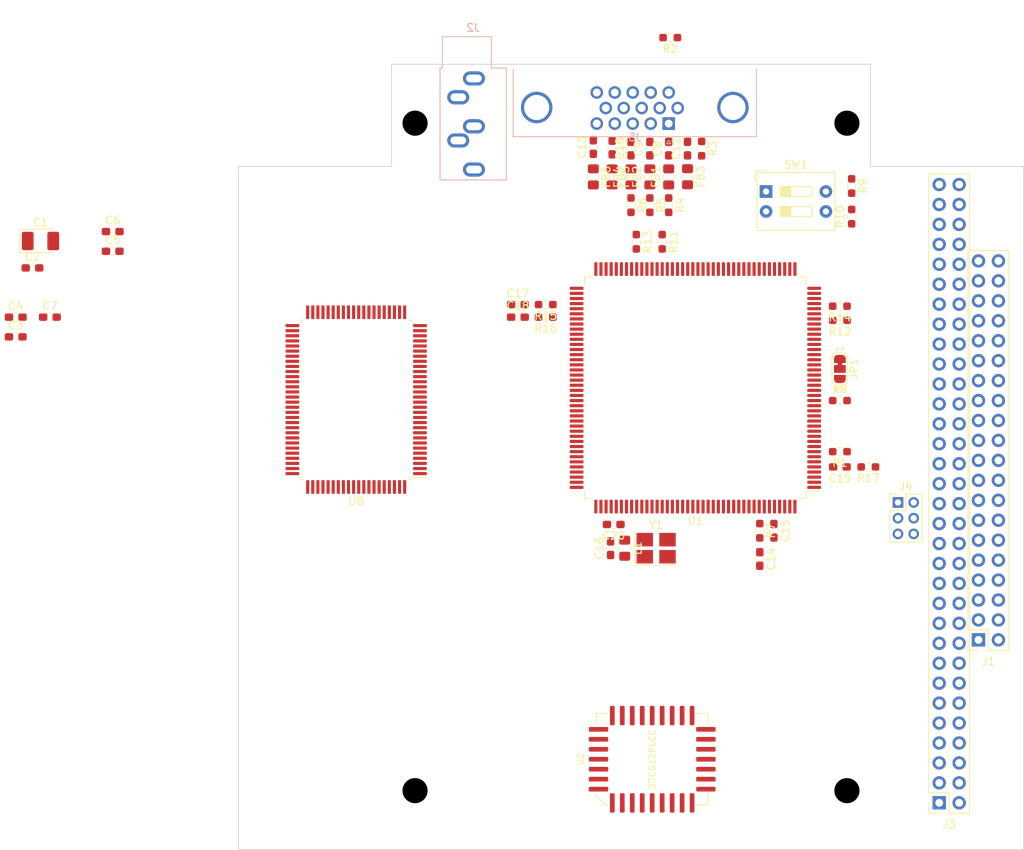
<source format=kicad_pcb>
(kicad_pcb (version 20210424) (generator pcbnew)
  (layers (0 "F.Cu" signal) (31 "B.Cu" signal) (34 "B.Paste" user) (35 "F.Paste" user) (36 "B.SilkS" user "B.Silkscreen") (37 "F.SilkS" user "F.Silkscreen") (38 "B.Mask" user) (39 "F.Mask" user) (44 "Edge.Cuts" user))
  (net 0 "")
  (net 1 "GND")
  (net 2 "Net-(C1-Pad1)")
  (net 3 "+5V")
  (net 4 "GNDA")
  (net 5 "Net-(C3-Pad1)")
  (net 6 "Net-(C4-Pad1)")
  (net 7 "Net-(C4-Pad2)")
  (net 8 "Net-(C6-Pad1)")
  (net 9 "Net-(C6-Pad2)")
  (net 10 "/~SBHE")
  (net 11 "/~MEMCS16")
  (net 12 "/LA23")
  (net 13 "/LA22")
  (net 14 "/LA21")
  (net 15 "/LA20")
  (net 16 "/LA19")
  (net 17 "/LA18")
  (net 18 "/~CAS")
  (net 19 "/LA17")
  (net 20 "/~RAS")
  (net 21 "Net-(C19-Pad2)")
  (net 22 "Net-(C20-Pad1)")
  (net 23 "/D8")
  (net 24 "Net-(R9-Pad2)")
  (net 25 "/D9")
  (net 26 "Net-(R10-Pad2)")
  (net 27 "/D10")
  (net 28 "/D11")
  (net 29 "/MD3")
  (net 30 "/D12")
  (net 31 "/MD7")
  (net 32 "/D13")
  (net 33 "/~NMI")
  (net 34 "/D14")
  (net 35 "/D15")
  (net 36 "/xR")
  (net 37 "/xG")
  (net 38 "/xB")
  (net 39 "/xMonitor")
  (net 40 "Net-(C16-Pad2)")
  (net 41 "Net-(J5-Pad9)")
  (net 42 "/R")
  (net 43 "/G")
  (net 44 "/B")
  (net 45 "+5VA")
  (net 46 "/ROMA0")
  (net 47 "/HSYNC")
  (net 48 "/VSYNC")
  (net 49 "/Monitor")
  (net 50 "/~ROMCS")
  (net 51 "/RMD0")
  (net 52 "/RMD1")
  (net 53 "/RMD2")
  (net 54 "/RMD3")
  (net 55 "/RMD4")
  (net 56 "/RMD5")
  (net 57 "/RMD6")
  (net 58 "/RMD7")
  (net 59 "/MD2")
  (net 60 "/xHSYNC")
  (net 61 "/xVSYNC")
  (net 62 "/RESET")
  (net 63 "/D7")
  (net 64 "/D6")
  (net 65 "/D5")
  (net 66 "/D4")
  (net 67 "/D3")
  (net 68 "/D2")
  (net 69 "/D1")
  (net 70 "/D0")
  (net 71 "/IOCHRDY")
  (net 72 "/~MEMW")
  (net 73 "/AEN")
  (net 74 "/~MEMR")
  (net 75 "/A19")
  (net 76 "/~IOW")
  (net 77 "/A18")
  (net 78 "/~IOR")
  (net 79 "/A17")
  (net 80 "/A16")
  (net 81 "/A15")
  (net 82 "/A14")
  (net 83 "/A13")
  (net 84 "/~REFRESH")
  (net 85 "/A12")
  (net 86 "/A11")
  (net 87 "/A10")
  (net 88 "/A9")
  (net 89 "/A8")
  (net 90 "/A7")
  (net 91 "/A6")
  (net 92 "/A5")
  (net 93 "/A4")
  (net 94 "/ALE")
  (net 95 "/A3")
  (net 96 "/A2")
  (net 97 "/OSC")
  (net 98 "/A1")
  (net 99 "/A0")
  (net 100 "Net-(JP1-Pad2)")
  (net 101 "Net-(L1-Pad2)")
  (net 102 "Net-(R7-Pad1)")
  (net 103 "Net-(R8-Pad1)")
  (net 104 "Net-(R15-Pad1)")
  (net 105 "Net-(R16-Pad1)")
  (net 106 "Net-(U1-Pad133)")
  (footprint "Capacitor_SMD:C_0603_1608Metric_Pad1.08x0.95mm_HandSolder" (layer "F.Cu") (at 167.6 107 -90)
    (fp_text reference "C15" (at 0 -1.43 90) (layer "F.SilkS"))
    (fp_text value "47p")
    (pad "1" smd roundrect locked (at -0.8625 0 270) (size 1.075 0.95) (layers "F.Cu" "F.Paste" "F.Mask") (net 74 "/~MEMR"))
    (pad "2" smd roundrect locked (at 0.8625 0 270) (size 1.075 0.95) (layers "F.Cu" "F.Paste" "F.Mask") (net 1 "GND"))
  )
  (footprint "Package_QFP:PQFP-100_14x20mm_P0.65mm" (layer "F.Cu") (at 114.4 90.3 180)
    (fp_text reference "U8" (at 0 -12.95) (layer "F.SilkS"))
    (fp_text value "ES1868F")
    (pad "1" smd roundrect locked (at -8.125 -9.425 180) (size 1.75 0.4) (layers "F.Cu" "F.Paste" "F.Mask"))
    (pad "2" smd roundrect locked (at -8.125 -8.775 180) (size 1.75 0.4) (layers "F.Cu" "F.Paste" "F.Mask"))
    (pad "3" smd roundrect locked (at -8.125 -8.125 180) (size 1.75 0.4) (layers "F.Cu" "F.Paste" "F.Mask") (net 3 "+5V"))
    (pad "4" smd roundrect locked (at -8.125 -7.475 180) (size 1.75 0.4) (layers "F.Cu" "F.Paste" "F.Mask"))
    (pad "5" smd roundrect locked (at -8.125 -6.825 180) (size 1.75 0.4) (layers "F.Cu" "F.Paste" "F.Mask"))
    (pad "6" smd roundrect locked (at -8.125 -6.175 180) (size 1.75 0.4) (layers "F.Cu" "F.Paste" "F.Mask"))
    (pad "7" smd roundrect locked (at -8.125 -5.525 180) (size 1.75 0.4) (layers "F.Cu" "F.Paste" "F.Mask") (net 1 "GND"))
    (pad "8" smd roundrect locked (at -8.125 -4.875 180) (size 1.75 0.4) (layers "F.Cu" "F.Paste" "F.Mask"))
    (pad "9" smd roundrect locked (at -8.125 -4.225 180) (size 1.75 0.4) (layers "F.Cu" "F.Paste" "F.Mask"))
    (pad "10" smd roundrect locked (at -8.125 -3.575 180) (size 1.75 0.4) (layers "F.Cu" "F.Paste" "F.Mask"))
    (pad "11" smd roundrect locked (at -8.125 -2.925 180) (size 1.75 0.4) (layers "F.Cu" "F.Paste" "F.Mask"))
    (pad "12" smd roundrect locked (at -8.125 -2.275 180) (size 1.75 0.4) (layers "F.Cu" "F.Paste" "F.Mask"))
    (pad "13" smd roundrect locked (at -8.125 -1.625 180) (size 1.75 0.4) (layers "F.Cu" "F.Paste" "F.Mask"))
    (pad "14" smd roundrect locked (at -8.125 -0.975 180) (size 1.75 0.4) (layers "F.Cu" "F.Paste" "F.Mask"))
    (pad "15" smd roundrect locked (at -8.125 -0.325 180) (size 1.75 0.4) (layers "F.Cu" "F.Paste" "F.Mask"))
    (pad "16" smd roundrect locked (at -8.125 0.325 180) (size 1.75 0.4) (layers "F.Cu" "F.Paste" "F.Mask"))
    (pad "17" smd roundrect locked (at -8.125 0.975 180) (size 1.75 0.4) (layers "F.Cu" "F.Paste" "F.Mask"))
    (pad "18" smd roundrect locked (at -8.125 1.625 180) (size 1.75 0.4) (layers "F.Cu" "F.Paste" "F.Mask"))
    (pad "19" smd roundrect locked (at -8.125 2.275 180) (size 1.75 0.4) (layers "F.Cu" "F.Paste" "F.Mask"))
    (pad "20" smd roundrect locked (at -8.125 2.925 180) (size 1.75 0.4) (layers "F.Cu" "F.Paste" "F.Mask"))
    (pad "21" smd roundrect locked (at -8.125 3.575 180) (size 1.75 0.4) (layers "F.Cu" "F.Paste" "F.Mask"))
    (pad "22" smd roundrect locked (at -8.125 4.225 180) (size 1.75 0.4) (layers "F.Cu" "F.Paste" "F.Mask"))
    (pad "23" smd roundrect locked (at -8.125 4.875 180) (size 1.75 0.4) (layers "F.Cu" "F.Paste" "F.Mask"))
    (pad "24" smd roundrect locked (at -8.125 5.525 180) (size 1.75 0.4) (layers "F.Cu" "F.Paste" "F.Mask") (net 1 "GND"))
    (pad "25" smd roundrect locked (at -8.125 6.175 180) (size 1.75 0.4) (layers "F.Cu" "F.Paste" "F.Mask"))
    (pad "26" smd roundrect locked (at -8.125 6.825 180) (size 1.75 0.4) (layers "F.Cu" "F.Paste" "F.Mask") (net 3 "+5V"))
    (pad "27" smd roundrect locked (at -8.125 7.475 180) (size 1.75 0.4) (layers "F.Cu" "F.Paste" "F.Mask"))
    (pad "28" smd roundrect locked (at -8.125 8.125 180) (size 1.75 0.4) (layers "F.Cu" "F.Paste" "F.Mask"))
    (pad "29" smd roundrect locked (at -8.125 8.775 180) (size 1.75 0.4) (layers "F.Cu" "F.Paste" "F.Mask"))
    (pad "30" smd roundrect locked (at -8.125 9.425 180) (size 1.75 0.4) (layers "F.Cu" "F.Paste" "F.Mask"))
    (pad "31" smd roundrect locked (at -6.175 11.125 180) (size 0.4 1.75) (layers "F.Cu" "F.Paste" "F.Mask"))
    (pad "32" smd roundrect locked (at -5.525 11.125 180) (size 0.4 1.75) (layers "F.Cu" "F.Paste" "F.Mask"))
    (pad "33" smd roundrect locked (at -4.875 11.125 180) (size 0.4 1.75) (layers "F.Cu" "F.Paste" "F.Mask"))
    (pad "34" smd roundrect locked (at -4.225 11.125 180) (size 0.4 1.75) (layers "F.Cu" "F.Paste" "F.Mask"))
    (pad "35" smd roundrect locked (at -3.575 11.125 180) (size 0.4 1.75) (layers "F.Cu" "F.Paste" "F.Mask"))
    (pad "36" smd roundrect locked (at -2.925 11.125 180) (size 0.4 1.75) (layers "F.Cu" "F.Paste" "F.Mask"))
    (pad "37" smd roundrect locked (at -2.275 11.125 180) (size 0.4 1.75) (layers "F.Cu" "F.Paste" "F.Mask"))
    (pad "38" smd roundrect locked (at -1.625 11.125 180) (size 0.4 1.75) (layers "F.Cu" "F.Paste" "F.Mask"))
    (pad "39" smd roundrect locked (at -0.975 11.125 180) (size 0.4 1.75) (layers "F.Cu" "F.Paste" "F.Mask") (net 2 "Net-(C1-Pad1)"))
    (pad "40" smd roundrect locked (at -0.325 11.125 180) (size 0.4 1.75) (layers "F.Cu" "F.Paste" "F.Mask"))
    (pad "41" smd roundrect locked (at 0.325 11.125 180) (size 0.4 1.75) (layers "F.Cu" "F.Paste" "F.Mask") (net 4 "GNDA"))
    (pad "42" smd roundrect locked (at 0.975 11.125 180) (size 0.4 1.75) (layers "F.Cu" "F.Paste" "F.Mask") (net 5 "Net-(C3-Pad1)"))
    (pad "43" smd roundrect locked (at 1.625 11.125 180) (size 0.4 1.75) (layers "F.Cu" "F.Paste" "F.Mask"))
    (pad "44" smd roundrect locked (at 2.275 11.125 180) (size 0.4 1.75) (layers "F.Cu" "F.Paste" "F.Mask") (net 8 "Net-(C6-Pad1)"))
    (pad "45" smd roundrect locked (at 2.925 11.125 180) (size 0.4 1.75) (layers "F.Cu" "F.Paste" "F.Mask") (net 6 "Net-(C4-Pad1)"))
    (pad "46" smd roundrect locked (at 3.575 11.125 180) (size 0.4 1.75) (layers "F.Cu" "F.Paste" "F.Mask") (net 7 "Net-(C4-Pad2)"))
    (pad "47" smd roundrect locked (at 4.225 11.125 180) (size 0.4 1.75) (layers "F.Cu" "F.Paste" "F.Mask") (net 9 "Net-(C6-Pad2)"))
    (pad "48" smd roundrect locked (at 4.875 11.125 180) (size 0.4 1.75) (layers "F.Cu" "F.Paste" "F.Mask"))
    (pad "49" smd roundrect locked (at 5.525 11.125 180) (size 0.4 1.75) (layers "F.Cu" "F.Paste" "F.Mask"))
    (pad "50" smd roundrect locked (at 6.175 11.125 180) (size 0.4 1.75) (layers "F.Cu" "F.Paste" "F.Mask"))
    (pad "51" smd roundrect locked (at 8.125 9.425 180) (size 1.75 0.4) (layers "F.Cu" "F.Paste" "F.Mask"))
    (pad "52" smd roundrect locked (at 8.125 8.775 180) (size 1.75 0.4) (layers "F.Cu" "F.Paste" "F.Mask") (net 1 "GND"))
    (pad "53" smd roundrect locked (at 8.125 8.125 180) (size 1.75 0.4) (layers "F.Cu" "F.Paste" "F.Mask"))
    (pad "54" smd roundrect locked (at 8.125 7.475 180) (size 1.75 0.4) (layers "F.Cu" "F.Paste" "F.Mask"))
    (pad "55" smd roundrect locked (at 8.125 6.825 180) (size 1.75 0.4) (layers "F.Cu" "F.Paste" "F.Mask"))
    (pad "56" smd roundrect locked (at 8.125 6.175 180) (size 1.75 0.4) (layers "F.Cu" "F.Paste" "F.Mask"))
    (pad "57" smd roundrect locked (at 8.125 5.525 180) (size 1.75 0.4) (layers "F.Cu" "F.Paste" "F.Mask") (net 3 "+5V"))
    (pad "58" smd roundrect locked (at 8.125 4.875 180) (size 1.75 0.4) (layers "F.Cu" "F.Paste" "F.Mask"))
    (pad "59" smd roundrect locked (at 8.125 4.225 180) (size 1.75 0.4) (layers "F.Cu" "F.Paste" "F.Mask"))
    (pad "60" smd roundrect locked (at 8.125 3.575 180) (size 1.75 0.4) (layers "F.Cu" "F.Paste" "F.Mask") (net 1 "GND"))
    (pad "61" smd roundrect locked (at 8.125 2.925 180) (size 1.75 0.4) (layers "F.Cu" "F.Paste" "F.Mask"))
    (pad "62" smd roundrect locked (at 8.125 2.275 180) (size 1.75 0.4) (layers "F.Cu" "F.Paste" "F.Mask"))
    (pad "63" smd roundrect locked (at 8.125 1.625 180) (size 1.75 0.4) (layers "F.Cu" "F.Paste" "F.Mask"))
    (pad "64" smd roundrect locked (at 8.125 0.975 180) (size 1.75 0.4) (layers "F.Cu" "F.Paste" "F.Mask"))
    (pad "65" smd roundrect locked (at 8.125 0.325 180) (size 1.75 0.4) (layers "F.Cu" "F.Paste" "F.Mask"))
    (pad "66" smd roundrect locked (at 8.125 -0.325 180) (size 1.75 0.4) (layers "F.Cu" "F.Paste" "F.Mask"))
    (pad "67" smd roundrect locked (at 8.125 -0.975 180) (size 1.75 0.4) (layers "F.Cu" "F.Paste" "F.Mask"))
    (pad "68" smd roundrect locked (at 8.125 -1.625 180) (size 1.75 0.4) (layers "F.Cu" "F.Paste" "F.Mask"))
    (pad "69" smd roundrect locked (at 8.125 -2.275 180) (size 1.75 0.4) (layers "F.Cu" "F.Paste" "F.Mask"))
    (pad "70" smd roundrect locked (at 8.125 -2.925 180) (size 1.75 0.4) (layers "F.Cu" "F.Paste" "F.Mask"))
    (pad "71" smd roundrect locked (at 8.125 -3.575 180) (size 1.75 0.4) (layers "F.Cu" "F.Paste" "F.Mask"))
    (pad "72" smd roundrect locked (at 8.125 -4.225 180) (size 1.75 0.4) (layers "F.Cu" "F.Paste" "F.Mask"))
    (pad "73" smd roundrect locked (at 8.125 -4.875 180) (size 1.75 0.4) (layers "F.Cu" "F.Paste" "F.Mask"))
    (pad "74" smd roundrect locked (at 8.125 -5.525 180) (size 1.75 0.4) (layers "F.Cu" "F.Paste" "F.Mask"))
    (pad "75" smd roundrect locked (at 8.125 -6.175 180) (size 1.75 0.4) (layers "F.Cu" "F.Paste" "F.Mask"))
    (pad "76" smd roundrect locked (at 8.125 -6.825 180) (size 1.75 0.4) (layers "F.Cu" "F.Paste" "F.Mask"))
    (pad "77" smd roundrect locked (at 8.125 -7.475 180) (size 1.75 0.4) (layers "F.Cu" "F.Paste" "F.Mask") (net 1 "GND"))
    (pad "78" smd roundrect locked (at 8.125 -8.125 180) (size 1.75 0.4) (layers "F.Cu" "F.Paste" "F.Mask"))
    (pad "79" smd roundrect locked (at 8.125 -8.775 180) (size 1.75 0.4) (layers "F.Cu" "F.Paste" "F.Mask"))
    (pad "80" smd roundrect locked (at 8.125 -9.425 180) (size 1.75 0.4) (layers "F.Cu" "F.Paste" "F.Mask") (net 3 "+5V"))
    (pad "81" smd roundrect locked (at 6.175 -11.125 180) (size 0.4 1.75) (layers "F.Cu" "F.Paste" "F.Mask"))
    (pad "82" smd roundrect locked (at 5.525 -11.125 180) (size 0.4 1.75) (layers "F.Cu" "F.Paste" "F.Mask"))
    (pad "83" smd roundrect locked (at 4.875 -11.125 180) (size 0.4 1.75) (layers "F.Cu" "F.Paste" "F.Mask"))
    (pad "84" smd roundrect locked (at 4.225 -11.125 180) (size 0.4 1.75) (layers "F.Cu" "F.Paste" "F.Mask"))
    (pad "85" smd roundrect locked (at 3.575 -11.125 180) (size 0.4 1.75) (layers "F.Cu" "F.Paste" "F.Mask"))
    (pad "86" smd roundrect locked (at 2.925 -11.125 180) (size 0.4 1.75) (layers "F.Cu" "F.Paste" "F.Mask"))
    (pad "87" smd roundrect locked (at 2.275 -11.125 180) (size 0.4 1.75) (layers "F.Cu" "F.Paste" "F.Mask"))
    (pad "88" smd roundrect locked (at 1.625 -11.125 180) (size 0.4 1.75) (layers "F.Cu" "F.Paste" "F.Mask"))
    (pad "89" smd roundrect locked (at 0.975 -11.125 180) (size 0.4 1.75) (layers "F.Cu" "F.Paste" "F.Mask"))
    (pad "90" smd roundrect locked (at 0.325 -11.125 180) (size 0.4 1.75) (layers "F.Cu" "F.Paste" "F.Mask"))
    (pad "91" smd roundrect locked (at -0.325 -11.125 180) (size 0.4 1.75) (layers "F.Cu" "F.Paste" "F.Mask"))
    (pad "92" smd roundrect locked (at -0.975 -11.125 180) (size 0.4 1.75) (layers "F.Cu" "F.Paste" "F.Mask"))
    (pad "93" smd roundrect locked (at -1.625 -11.125 180) (size 0.4 1.75) (layers "F.Cu" "F.Paste" "F.Mask"))
    (pad "94" smd roundrect locked (at -2.275 -11.125 180) (size 0.4 1.75) (layers "F.Cu" "F.Paste" "F.Mask"))
    (pad "95" smd roundrect locked (at -2.925 -11.125 180) (size 0.4 1.75) (layers "F.Cu" "F.Paste" "F.Mask"))
    (pad "96" smd roundrect locked (at -3.575 -11.125 180) (size 0.4 1.75) (layers "F.Cu" "F.Paste" "F.Mask"))
    (pad "97" smd roundrect locked (at -4.225 -11.125 180) (size 0.4 1.75) (layers "F.Cu" "F.Paste" "F.Mask"))
    (pad "98" smd roundrect locked (at -4.875 -11.125 180) (size 0.4 1.75) (layers "F.Cu" "F.Paste" "F.Mask"))
    (pad "99" smd roundrect locked (at -5.525 -11.125 180) (size 0.4 1.75) (layers "F.Cu" "F.Paste" "F.Mask"))
    (pad "100" smd roundrect locked (at -6.175 -11.125 180) (size 0.4 1.75) (layers "F.Cu" "F.Paste" "F.Mask"))
  )
  (footprint "Capacitor_SMD:C_0603_1608Metric_Pad1.08x0.95mm_HandSolder" (layer "F.Cu") (at 165.8 110.6 -90)
    (fp_text reference "C14" (at 0 -1.43 90) (layer "F.SilkS"))
    (fp_text value "100p")
    (pad "1" smd roundrect locked (at -0.8625 0 270) (size 1.075 0.95) (layers "F.Cu" "F.Paste" "F.Mask") (net 76 "/~IOW"))
    (pad "2" smd roundrect locked (at 0.8625 0 270) (size 1.075 0.95) (layers "F.Cu" "F.Paste" "F.Mask") (net 1 "GND"))
  )
  (footprint "my:PLCC-32_11.4x14.0mm_P1.27mm-longpads" (layer "F.Cu") (at 152.1 136.1 90)
    (fp_text reference "U2" (at 0 -9.144 90 unlocked) (layer "F.SilkS") (effects (font (size 0.8 0.8) (thickness 0.12))))
    (fp_text value "27C512PLCC")
    (fp_text user "${VALUE}" (at 0 0 90 unlocked) (layer "F.SilkS") (effects (font (size 0.8 0.8) (thickness 0.12))))
    (pad "1" smd roundrect locked (at 0 -6.8375 90) (size 0.6 2.475) (layers "F.Cu" "F.Paste" "F.Mask"))
    (pad "2" smd roundrect locked (at -1.27 -6.8375 90) (size 0.6 2.475) (layers "F.Cu" "F.Paste" "F.Mask") (net 46 "/ROMA0"))
    (pad "3" smd roundrect locked (at -2.54 -6.8375 90) (size 0.6 2.475) (layers "F.Cu" "F.Paste" "F.Mask") (net 85 "/A12"))
    (pad "4" smd roundrect locked (at -3.81 -6.8375 90) (size 0.6 2.475) (layers "F.Cu" "F.Paste" "F.Mask") (net 90 "/A7"))
    (pad "5" smd roundrect locked (at -5.5625 -5.08 90) (size 2.475 0.6) (layers "F.Cu" "F.Paste" "F.Mask") (net 91 "/A6"))
    (pad "6" smd roundrect locked (at -5.5625 -3.81 90) (size 2.475 0.6) (layers "F.Cu" "F.Paste" "F.Mask") (net 92 "/A5"))
    (pad "7" smd roundrect locked (at -5.5625 -2.54 90) (size 2.475 0.6) (layers "F.Cu" "F.Paste" "F.Mask") (net 93 "/A4"))
    (pad "8" smd roundrect locked (at -5.5625 -1.27 90) (size 2.475 0.6) (layers "F.Cu" "F.Paste" "F.Mask") (net 95 "/A3"))
    (pad "9" smd roundrect locked (at -5.5625 0 90) (size 2.475 0.6) (layers "F.Cu" "F.Paste" "F.Mask") (net 96 "/A2"))
    (pad "10" smd roundrect locked (at -5.5625 1.27 90) (size 2.475 0.6) (layers "F.Cu" "F.Paste" "F.Mask") (net 98 "/A1"))
    (pad "11" smd roundrect locked (at -5.5625 2.54 90) (size 2.475 0.6) (layers "F.Cu" "F.Paste" "F.Mask") (net 99 "/A0"))
    (pad "12" smd roundrect locked (at -5.5625 3.81 90) (size 2.475 0.6) (layers "F.Cu" "F.Paste" "F.Mask"))
    (pad "13" smd roundrect locked (at -5.5625 5.08 90) (size 2.475 0.6) (layers "F.Cu" "F.Paste" "F.Mask") (net 51 "/RMD0"))
    (pad "14" smd roundrect locked (at -3.81 6.8375 90) (size 0.6 2.475) (layers "F.Cu" "F.Paste" "F.Mask") (net 52 "/RMD1"))
    (pad "15" smd roundrect locked (at -2.54 6.8375 90) (size 0.6 2.475) (layers "F.Cu" "F.Paste" "F.Mask") (net 53 "/RMD2"))
    (pad "16" smd roundrect locked (at -1.27 6.8375 90) (size 0.6 2.475) (layers "F.Cu" "F.Paste" "F.Mask") (net 1 "GND"))
    (pad "17" smd roundrect locked (at 0 6.8375 90) (size 0.6 2.475) (layers "F.Cu" "F.Paste" "F.Mask"))
    (pad "18" smd roundrect locked (at 1.27 6.8375 90) (size 0.6 2.475) (layers "F.Cu" "F.Paste" "F.Mask") (net 54 "/RMD3"))
    (pad "19" smd roundrect locked (at 2.54 6.8375 90) (size 0.6 2.475) (layers "F.Cu" "F.Paste" "F.Mask") (net 55 "/RMD4"))
    (pad "20" smd roundrect locked (at 3.81 6.8375 90) (size 0.6 2.475) (layers "F.Cu" "F.Paste" "F.Mask") (net 56 "/RMD5"))
    (pad "21" smd roundrect locked (at 5.5625 5.08 90) (size 2.475 0.6) (layers "F.Cu" "F.Paste" "F.Mask") (net 57 "/RMD6"))
    (pad "22" smd roundrect locked (at 5.5625 3.81 90) (size 2.475 0.6) (layers "F.Cu" "F.Paste" "F.Mask") (net 58 "/RMD7"))
    (pad "23" smd roundrect locked (at 5.5625 2.54 90) (size 2.475 0.6) (layers "F.Cu" "F.Paste" "F.Mask") (net 1 "GND"))
    (pad "24" smd roundrect locked (at 5.5625 1.27 90) (size 2.475 0.6) (layers "F.Cu" "F.Paste" "F.Mask") (net 87 "/A10"))
    (pad "25" smd roundrect locked (at 5.5625 0 90) (size 2.475 0.6) (layers "F.Cu" "F.Paste" "F.Mask") (net 50 "/~ROMCS"))
    (pad "26" smd roundrect locked (at 5.5625 -1.27 90) (size 2.475 0.6) (layers "F.Cu" "F.Paste" "F.Mask"))
    (pad "27" smd roundrect locked (at 5.5625 -2.54 90) (size 2.475 0.6) (layers "F.Cu" "F.Paste" "F.Mask") (net 86 "/A11"))
    (pad "28" smd roundrect locked (at 5.5625 -3.81 90) (size 2.475 0.6) (layers "F.Cu" "F.Paste" "F.Mask") (net 88 "/A9"))
    (pad "29" smd roundrect locked (at 5.5625 -5.08 90) (size 2.475 0.6) (layers "F.Cu" "F.Paste" "F.Mask") (net 89 "/A8"))
    (pad "30" smd roundrect locked (at 3.81 -6.8375 90) (size 0.6 2.475) (layers "F.Cu" "F.Paste" "F.Mask") (net 83 "/A13"))
    (pad "31" smd roundrect locked (at 2.54 -6.8375 90) (size 0.6 2.475) (layers "F.Cu" "F.Paste" "F.Mask") (net 82 "/A14"))
    (pad "32" smd roundrect locked (at 1.27 -6.8375 90) (size 0.6 2.475) (layers "F.Cu" "F.Paste" "F.Mask") (net 3 "+5V"))
  )
  (footprint "Resistor_SMD:R_0603_1608Metric_Pad0.98x0.95mm_HandSolder" (layer "F.Cu") (at 176 96.925 180)
    (fp_text reference "R1" (at 0 -1.43) (layer "F.SilkS"))
    (fp_text value "4.7k")
    (pad "1" smd roundrect locked (at -0.9125 0 180) (size 0.975 0.95) (layers "F.Cu" "F.Paste" "F.Mask") (net 3 "+5V"))
    (pad "2" smd roundrect locked (at 0.9125 0 180) (size 0.975 0.95) (layers "F.Cu" "F.Paste" "F.Mask") (net 11 "/~MEMCS16"))
  )
  (footprint "Capacitor_SMD:C_0603_1608Metric_Pad1.08x0.95mm_HandSolder" (layer "F.Cu") (at 75.4 79.8)
    (fp_text reference "C7" (at 0 -1.43) (layer "F.SilkS"))
    (fp_text value "1n")
    (pad "1" smd roundrect locked (at -0.8625 0) (size 1.075 0.95) (layers "F.Cu" "F.Paste" "F.Mask") (net 9 "Net-(C6-Pad2)"))
    (pad "2" smd roundrect locked (at 0.8625 0) (size 1.075 0.95) (layers "F.Cu" "F.Paste" "F.Mask") (net 4 "GNDA"))
  )
  (footprint "Capacitor_SMD:C_0603_1608Metric_Pad1.08x0.95mm_HandSolder" (layer "F.Cu") (at 176 98.875 180)
    (fp_text reference "C19" (at 0 -1.43) (layer "F.SilkS"))
    (fp_text value "470p")
    (pad "1" smd roundrect locked (at -0.8625 0 180) (size 1.075 0.95) (layers "F.Cu" "F.Paste" "F.Mask") (net 1 "GND"))
    (pad "2" smd roundrect locked (at 0.8625 0 180) (size 1.075 0.95) (layers "F.Cu" "F.Paste" "F.Mask") (net 21 "Net-(C19-Pad2)"))
  )
  (footprint "Button_Switch_THT:SW_DIP_SPSTx02_Slide_9.78x7.26mm_W7.62mm_P2.54mm" (layer "F.Cu") (at 166.6 63.8)
    (fp_text reference "SW1" (at 3.81 -3.42) (layer "F.SilkS"))
    (fp_text value "VGA Config")
    (pad "1" thru_hole rect locked (at 0 0) (size 1.6 1.6) (drill 0.8) (layers *.Cu *.Mask) (net 52 "/RMD1"))
    (pad "2" thru_hole oval locked (at 0 2.54) (size 1.6 1.6) (drill 0.8) (layers *.Cu *.Mask) (net 59 "/MD2"))
    (pad "3" thru_hole oval locked (at 7.62 2.54) (size 1.6 1.6) (drill 0.8) (layers *.Cu *.Mask) (net 26 "Net-(R10-Pad2)"))
    (pad "4" thru_hole oval locked (at 7.62 0) (size 1.6 1.6) (drill 0.8) (layers *.Cu *.Mask) (net 24 "Net-(R9-Pad2)"))
  )
  (footprint "my:MountingHole_3.2mm_M3_dk5.2mm_Mask" (layer "F.Cu") (at 121.9 55.1)
    (fp_text reference "H4" hide)
    (fp_text value "MountingHole" hide)
    (pad "" np_thru_hole circle (at 0 0) (size 5.2 5.2) (drill 3.2) (layers *.Mask) (clearance 1.05))
  )
  (footprint "Resistor_SMD:R_0603_1608Metric_Pad0.98x0.95mm_HandSolder" (layer "F.Cu") (at 153.375 70.2 -90)
    (fp_text reference "R11" (at 0 -1.43 90) (layer "F.SilkS"))
    (fp_text value "1k")
    (pad "1" smd roundrect locked (at -0.9125 0 270) (size 0.975 0.95) (layers "F.Cu" "F.Paste" "F.Mask") (net 1 "GND"))
    (pad "2" smd roundrect locked (at 0.9125 0 270) (size 0.975 0.95) (layers "F.Cu" "F.Paste" "F.Mask") (net 29 "/MD3"))
  )
  (footprint "Capacitor_SMD:C_0603_1608Metric_Pad1.08x0.95mm_HandSolder" (layer "F.Cu") (at 71.05 82.31)
    (fp_text reference "C3" (at 0 -1.43) (layer "F.SilkS"))
    (fp_text value "100n")
    (pad "1" smd roundrect locked (at -0.8625 0) (size 1.075 0.95) (layers "F.Cu" "F.Paste" "F.Mask") (net 5 "Net-(C3-Pad1)"))
    (pad "2" smd roundrect locked (at 0.8625 0) (size 1.075 0.95) (layers "F.Cu" "F.Paste" "F.Mask") (net 4 "GNDA"))
  )
  (footprint "Resistor_SMD:R_0603_1608Metric_Pad0.98x0.95mm_HandSolder" (layer "F.Cu") (at 151.8 65.5375 -90)
    (fp_text reference "R5" (at 0 -1.43 90) (layer "F.SilkS"))
    (fp_text value "150")
    (pad "1" smd roundrect locked (at -0.9125 0 270) (size 0.975 0.95) (layers "F.Cu" "F.Paste" "F.Mask") (net 43 "/G"))
    (pad "2" smd roundrect locked (at 0.9125 0 270) (size 0.975 0.95) (layers "F.Cu" "F.Paste" "F.Mask") (net 4 "GNDA"))
  )
  (footprint "Resistor_SMD:R_0603_1608Metric_Pad0.98x0.95mm_HandSolder" (layer "F.Cu") (at 176 90.425)
    (fp_text reference "R8" (at 0 -1.43) (layer "F.SilkS"))
    (fp_text value "150")
    (pad "1" smd roundrect locked (at -0.9125 0) (size 0.975 0.95) (layers "F.Cu" "F.Paste" "F.Mask") (net 103 "Net-(R8-Pad1)"))
    (pad "2" smd roundrect locked (at 0.9125 0) (size 0.975 0.95) (layers "F.Cu" "F.Paste" "F.Mask") (net 4 "GNDA"))
  )
  (footprint "Inductor_SMD:L_0805_2012Metric_Pad1.15x1.40mm_HandSolder" (layer "F.Cu") (at 148.6 109.225 -90)
    (fp_text reference "L1" (at 0 -1.65 90) (layer "F.SilkS"))
    (fp_text value "2.7u")
    (pad "1" smd roundrect locked (at -1.025 0 270) (size 1.15 1.4) (layers "F.Cu" "F.Paste" "F.Mask") (roundrect_rratio 0.217391) (net 40 "Net-(C16-Pad2)"))
    (pad "2" smd roundrect locked (at 1.025 0 270) (size 1.15 1.4) (layers "F.Cu" "F.Paste" "F.Mask") (roundrect_rratio 0.217391) (net 101 "Net-(L1-Pad2)"))
  )
  (footprint "Inductor_SMD:L_0805_2012Metric_Pad1.15x1.40mm_HandSolder" (layer "F.Cu") (at 151.8 61.9375 90)
    (fp_text reference "FB2" (at 0 -1.65 90) (layer "F.SilkS"))
    (fp_text value "Ferrite_Bead")
    (pad "1" smd roundrect locked (at -1.025 0 90) (size 1.15 1.4) (layers "F.Cu" "F.Paste" "F.Mask") (roundrect_rratio 0.217391) (net 43 "/G"))
    (pad "2" smd roundrect locked (at 1.025 0 90) (size 1.15 1.4) (layers "F.Cu" "F.Paste" "F.Mask") (roundrect_rratio 0.217391) (net 37 "/xG"))
  )
  (footprint "Inductor_SMD:L_0805_2012Metric_Pad1.15x1.40mm_HandSolder" (layer "F.Cu") (at 144.6 61.9375 -90)
    (fp_text reference "FB6" (at 0 -1.65 90) (layer "F.SilkS"))
    (fp_text value "Ferrite_Bead")
    (pad "1" smd roundrect locked (at -1.025 0 270) (size 1.15 1.4) (layers "F.Cu" "F.Paste" "F.Mask") (roundrect_rratio 0.217391) (net 61 "/xVSYNC"))
    (pad "2" smd roundrect locked (at 1.025 0 270) (size 1.15 1.4) (layers "F.Cu" "F.Paste" "F.Mask") (roundrect_rratio 0.217391) (net 48 "/VSYNC"))
  )
  (footprint "Connector_PinSocket_2.54mm:PinSocket_2x20_P2.54mm_Vertical" (layer "F.Cu") (at 193.65 120.9 180)
    (fp_text reference "J1" (at -1.27 -2.77) (layer "F.SilkS"))
    (fp_text value "PC104_16")
    (pad "1" thru_hole rect locked (at 0 0 180) (size 1.7 1.7) (drill 1) (layers *.Cu *.Mask) (net 1 "GND"))
    (pad "2" thru_hole oval locked (at -2.54 0 180) (size 1.7 1.7) (drill 1) (layers *.Cu *.Mask) (net 1 "GND"))
    (pad "3" thru_hole oval locked (at 0 2.54 180) (size 1.7 1.7) (drill 1) (layers *.Cu *.Mask) (net 10 "/~SBHE"))
    (pad "4" thru_hole oval locked (at -2.54 2.54 180) (size 1.7 1.7) (drill 1) (layers *.Cu *.Mask) (net 11 "/~MEMCS16"))
    (pad "5" thru_hole oval locked (at 0 5.08 180) (size 1.7 1.7) (drill 1) (layers *.Cu *.Mask) (net 12 "/LA23"))
    (pad "6" thru_hole oval locked (at -2.54 5.08 180) (size 1.7 1.7) (drill 1) (layers *.Cu *.Mask))
    (pad "7" thru_hole oval locked (at 0 7.62 180) (size 1.7 1.7) (drill 1) (layers *.Cu *.Mask) (net 13 "/LA22"))
    (pad "8" thru_hole oval locked (at -2.54 7.62 180) (size 1.7 1.7) (drill 1) (layers *.Cu *.Mask))
    (pad "9" thru_hole oval locked (at 0 10.16 180) (size 1.7 1.7) (drill 1) (layers *.Cu *.Mask) (net 14 "/LA21"))
    (pad "10" thru_hole oval locked (at -2.54 10.16 180) (size 1.7 1.7) (drill 1) (layers *.Cu *.Mask))
    (pad "11" thru_hole oval locked (at 0 12.7 180) (size 1.7 1.7) (drill 1) (layers *.Cu *.Mask) (net 15 "/LA20"))
    (pad "12" thru_hole oval locked (at -2.54 12.7 180) (size 1.7 1.7) (drill 1) (layers *.Cu *.Mask))
    (pad "13" thru_hole oval locked (at 0 15.24 180) (size 1.7 1.7) (drill 1) (layers *.Cu *.Mask) (net 16 "/LA19"))
    (pad "14" thru_hole oval locked (at -2.54 15.24 180) (size 1.7 1.7) (drill 1) (layers *.Cu *.Mask))
    (pad "15" thru_hole oval locked (at 0 17.78 180) (size 1.7 1.7) (drill 1) (layers *.Cu *.Mask) (net 17 "/LA18"))
    (pad "16" thru_hole oval locked (at -2.54 17.78 180) (size 1.7 1.7) (drill 1) (layers *.Cu *.Mask))
    (pad "17" thru_hole oval locked (at 0 20.32 180) (size 1.7 1.7) (drill 1) (layers *.Cu *.Mask) (net 19 "/LA17"))
    (pad "18" thru_hole oval locked (at -2.54 20.32 180) (size 1.7 1.7) (drill 1) (layers *.Cu *.Mask))
    (pad "19" thru_hole oval locked (at 0 22.86 180) (size 1.7 1.7) (drill 1) (layers *.Cu *.Mask))
    (pad "20" thru_hole oval locked (at -2.54 22.86 180) (size 1.7 1.7) (drill 1) (layers *.Cu *.Mask))
    (pad "21" thru_hole oval locked (at 0 25.4 180) (size 1.7 1.7) (drill 1) (layers *.Cu *.Mask))
    (pad "22" thru_hole oval locked (at -2.54 25.4 180) (size 1.7 1.7) (drill 1) (layers *.Cu *.Mask))
    (pad "23" thru_hole oval locked (at 0 27.94 180) (size 1.7 1.7) (drill 1) (layers *.Cu *.Mask) (net 23 "/D8"))
    (pad "24" thru_hole oval locked (at -2.54 27.94 180) (size 1.7 1.7) (drill 1) (layers *.Cu *.Mask))
    (pad "25" thru_hole oval locked (at 0 30.48 180) (size 1.7 1.7) (drill 1) (layers *.Cu *.Mask) (net 25 "/D9"))
    (pad "26" thru_hole oval locked (at -2.54 30.48 180) (size 1.7 1.7) (drill 1) (layers *.Cu *.Mask))
    (pad "27" thru_hole oval locked (at 0 33.02 180) (size 1.7 1.7) (drill 1) (layers *.Cu *.Mask) (net 27 "/D10"))
    (pad "28" thru_hole oval locked (at -2.54 33.02 180) (size 1.7 1.7) (drill 1) (layers *.Cu *.Mask))
    (pad "29" thru_hole oval locked (at 0 35.56 180) (size 1.7 1.7) (drill 1) (layers *.Cu *.Mask) (net 28 "/D11"))
    (pad "30" thru_hole oval locked (at -2.54 35.56 180) (size 1.7 1.7) (drill 1) (layers *.Cu *.Mask))
    (pad "31" thru_hole oval locked (at 0 38.1 180) (size 1.7 1.7) (drill 1) (layers *.Cu *.Mask) (net 30 "/D12"))
    (pad "32" thru_hole oval locked (at -2.54 38.1 180) (size 1.7 1.7) (drill 1) (layers *.Cu *.Mask))
    (pad "33" thru_hole oval locked (at 0 40.64 180) (size 1.7 1.7) (drill 1) (layers *.Cu *.Mask) (net 32 "/D13"))
    (pad "34" thru_hole oval locked (at -2.54 40.64 180) (size 1.7 1.7) (drill 1) (layers *.Cu *.Mask) (net 3 "+5V"))
    (pad "35" thru_hole oval locked (at 0 43.18 180) (size 1.7 1.7) (drill 1) (layers *.Cu *.Mask) (net 34 "/D14"))
    (pad "36" thru_hole oval locked (at -2.54 43.18 180) (size 1.7 1.7) (drill 1) (layers *.Cu *.Mask))
    (pad "37" thru_hole oval locked (at 0 45.72 180) (size 1.7 1.7) (drill 1) (layers *.Cu *.Mask) (net 35 "/D15"))
    (pad "38" thru_hole oval locked (at -2.54 45.72 180) (size 1.7 1.7) (drill 1) (layers *.Cu *.Mask) (net 1 "GND"))
    (pad "39" thru_hole oval locked (at 0 48.26 180) (size 1.7 1.7) (drill 1) (layers *.Cu *.Mask))
    (pad "40" thru_hole oval locked (at -2.54 48.26 180) (size 1.7 1.7) (drill 1) (layers *.Cu *.Mask) (net 1 "GND"))
  )
  (footprint "Capacitor_SMD:C_0603_1608Metric_Pad1.08x0.95mm_HandSolder" (layer "F.Cu") (at 151.8 58.3375 90)
    (fp_text reference "C9" (at 0 -1.43 90) (layer "F.SilkS"))
    (fp_text value "47p")
    (pad "1" smd roundrect locked (at -0.8625 0 90) (size 1.075 0.95) (layers "F.Cu" "F.Paste" "F.Mask") (net 37 "/xG"))
    (pad "2" smd roundrect locked (at 0.8625 0 90) (size 1.075 0.95) (layers "F.Cu" "F.Paste" "F.Mask") (net 4 "GNDA"))
  )
  (footprint "Capacitor_SMD:C_0603_1608Metric_Pad1.08x0.95mm_HandSolder" (layer "F.Cu") (at 147.2 106.2 180)
    (fp_text reference "C20" (at 0 -1.43) (layer "F.SilkS"))
    (fp_text value "100n")
    (pad "1" smd roundrect locked (at -0.8625 0 180) (size 1.075 0.95) (layers "F.Cu" "F.Paste" "F.Mask") (net 22 "Net-(C20-Pad1)"))
    (pad "2" smd roundrect locked (at 0.8625 0 180) (size 1.075 0.95) (layers "F.Cu" "F.Paste" "F.Mask") (net 45 "+5VA"))
  )
  (footprint "Capacitor_SMD:C_0603_1608Metric_Pad1.08x0.95mm_HandSolder" (layer "F.Cu") (at 156.6 58.3375 90)
    (fp_text reference "C11" (at 0 -1.43 90) (layer "F.SilkS"))
    (fp_text value "47p")
    (pad "1" smd roundrect locked (at -0.8625 0 90) (size 1.075 0.95) (layers "F.Cu" "F.Paste" "F.Mask") (net 39 "/xMonitor"))
    (pad "2" smd roundrect locked (at 0.8625 0 90) (size 1.075 0.95) (layers "F.Cu" "F.Paste" "F.Mask") (net 4 "GNDA"))
  )
  (footprint "Capacitor_Tantalum_SMD:CP_EIA-3528-21_Kemet-B_Pad1.50x2.35mm_HandSolder" (layer "F.Cu") (at 74.2 70.1)
    (fp_text reference "C1" (at 0 -2.35) (layer "F.SilkS"))
    (fp_text value "47u/6.3V")
    (pad "1" smd roundrect locked (at -1.625 0) (size 1.5 2.35) (layers "F.Cu" "F.Paste" "F.Mask") (roundrect_rratio 0.166667) (net 2 "Net-(C1-Pad1)"))
    (pad "2" smd roundrect locked (at 1.625 0) (size 1.5 2.35) (layers "F.Cu" "F.Paste" "F.Mask") (roundrect_rratio 0.166667) (net 4 "GNDA"))
  )
  (footprint "Capacitor_SMD:C_0603_1608Metric_Pad1.08x0.95mm_HandSolder" (layer "F.Cu") (at 146.8 109.225 90)
    (fp_text reference "C16" (at 0 -1.43 90) (layer "F.SilkS"))
    (fp_text value "100n")
    (pad "1" smd roundrect locked (at -0.8625 0 90) (size 1.075 0.95) (layers "F.Cu" "F.Paste" "F.Mask") (net 1 "GND"))
    (pad "2" smd roundrect locked (at 0.8625 0 90) (size 1.075 0.95) (layers "F.Cu" "F.Paste" "F.Mask") (net 40 "Net-(C16-Pad2)"))
  )
  (footprint "Resistor_SMD:R_0603_1608Metric_Pad0.98x0.95mm_HandSolder" (layer "F.Cu") (at 149.4 65.5375 -90)
    (fp_text reference "R6" (at 0 -1.43 90) (layer "F.SilkS"))
    (fp_text value "150")
    (pad "1" smd roundrect locked (at -0.9125 0 270) (size 0.975 0.95) (layers "F.Cu" "F.Paste" "F.Mask") (net 44 "/B"))
    (pad "2" smd roundrect locked (at 0.9125 0 270) (size 0.975 0.95) (layers "F.Cu" "F.Paste" "F.Mask") (net 4 "GNDA"))
  )
  (footprint "Resistor_SMD:R_0603_1608Metric_Pad0.98x0.95mm_HandSolder" (layer "F.Cu") (at 179.625 98.875 180)
    (fp_text reference "R17" (at 0 -1.43) (layer "F.SilkS"))
    (fp_text value "1k")
    (pad "1" smd roundrect locked (at -0.9125 0 180) (size 0.975 0.95) (layers "F.Cu" "F.Paste" "F.Mask") (net 62 "/RESET"))
    (pad "2" smd roundrect locked (at 0.9125 0 180) (size 0.975 0.95) (layers "F.Cu" "F.Paste" "F.Mask") (net 21 "Net-(C19-Pad2)"))
  )
  (footprint "Resistor_SMD:R_0603_1608Metric_Pad0.98x0.95mm_HandSolder" (layer "F.Cu") (at 158.4 58.3375 -90)
    (fp_text reference "R3" (at 0 -1.43 90) (layer "F.SilkS"))
    (fp_text value "4.7k")
    (pad "1" smd roundrect locked (at -0.9125 0 270) (size 0.975 0.95) (layers "F.Cu" "F.Paste" "F.Mask") (net 3 "+5V"))
    (pad "2" smd roundrect locked (at 0.9125 0 270) (size 0.975 0.95) (layers "F.Cu" "F.Paste" "F.Mask") (net 39 "/xMonitor"))
  )
  (footprint "Capacitor_SMD:C_0603_1608Metric_Pad1.08x0.95mm_HandSolder" (layer "F.Cu") (at 83.4 71.41)
    (fp_text reference "C5" (at 0 -1.43) (layer "F.SilkS"))
    (fp_text value "1n")
    (pad "1" smd roundrect locked (at -0.8625 0) (size 1.075 0.95) (layers "F.Cu" "F.Paste" "F.Mask") (net 7 "Net-(C4-Pad2)"))
    (pad "2" smd roundrect locked (at 0.8625 0) (size 1.075 0.95) (layers "F.Cu" "F.Paste" "F.Mask") (net 4 "GNDA"))
  )
  (footprint "Inductor_SMD:L_0805_2012Metric_Pad1.15x1.40mm_HandSolder" (layer "F.Cu") (at 149.4 61.9375 90)
    (fp_text reference "FB4" (at 0 -1.65 90) (layer "F.SilkS"))
    (fp_text value "Ferrite_Bead")
    (pad "1" smd roundrect locked (at -1.025 0 90) (size 1.15 1.4) (layers "F.Cu" "F.Paste" "F.Mask") (roundrect_rratio 0.217391) (net 44 "/B"))
    (pad "2" smd roundrect locked (at 1.025 0 90) (size 1.15 1.4) (layers "F.Cu" "F.Paste" "F.Mask") (roundrect_rratio 0.217391) (net 38 "/xB"))
  )
  (footprint "Capacitor_SMD:C_0603_1608Metric_Pad1.08x0.95mm_HandSolder" (layer "F.Cu") (at 135 79.8)
    (fp_text reference "C18" (at 0 -1.43) (layer "F.SilkS"))
    (fp_text value "47p")
    (pad "1" smd roundrect locked (at -0.8625 0) (size 1.075 0.95) (layers "F.Cu" "F.Paste" "F.Mask") (net 1 "GND"))
    (pad "2" smd roundrect locked (at 0.8625 0) (size 1.075 0.95) (layers "F.Cu" "F.Paste" "F.Mask") (net 20 "/~RAS"))
  )
  (footprint "my:MountingHole_3.2mm_M3_dk5.2mm_Mask" (layer "F.Cu") (at 176.9 55.1)
    (fp_text reference "H2" hide)
    (fp_text value "MountingHole" hide)
    (pad "" np_thru_hole circle (at 0 0) (size 5.2 5.2) (drill 3.2) (layers *.Mask) (clearance 1.05))
  )
  (footprint "Crystal:Crystal_SMD_SeikoEpson_TSX3225-4Pin_3.2x2.5mm_HandSoldering" (layer "F.Cu") (at 152.6 109.225)
    (fp_text reference "Y1" (at 0 -2.95) (layer "F.SilkS"))
    (fp_text value "12 MHz")
    (pad "1" smd rect locked (at -1.45 1.0875) (size 2.1 1.725) (layers "F.Cu" "F.Paste" "F.Mask") (net 101 "Net-(L1-Pad2)"))
    (pad "2" smd rect locked (at 1.45 1.0875) (size 2.1 1.725) (layers "F.Cu" "F.Paste" "F.Mask") (net 1 "GND"))
    (pad "3" smd rect locked (at 1.45 -1.0875) (size 2.1 1.725) (layers "F.Cu" "F.Paste" "F.Mask") (net 106 "Net-(U1-Pad133)"))
    (pad "4" smd rect locked (at -1.45 -1.0875) (size 2.1 1.725) (layers "F.Cu" "F.Paste" "F.Mask") (net 1 "GND"))
  )
  (footprint "Connector_PinHeader_2.00mm:PinHeader_2x03_P2.00mm_Vertical" (layer "F.Cu") (at 183.4 103.4)
    (fp_text reference "J4" (at 1 -2.06) (layer "F.SilkS"))
    (fp_text value "Jumper for 8-bit bus")
    (pad "1" thru_hole rect locked (at 0 0) (size 1.35 1.35) (drill 0.8) (layers *.Cu *.Mask) (net 79 "/A17"))
    (pad "2" thru_hole oval locked (at 2 0) (size 1.35 1.35) (drill 0.8) (layers *.Cu *.Mask) (net 19 "/LA17"))
    (pad "3" thru_hole oval locked (at 0 2) (size 1.35 1.35) (drill 0.8) (layers *.Cu *.Mask) (net 77 "/A18"))
    (pad "4" thru_hole oval locked (at 2 2) (size 1.35 1.35) (drill 0.8) (layers *.Cu *.Mask) (net 17 "/LA18"))
    (pad "5" thru_hole oval locked (at 0 4) (size 1.35 1.35) (drill 0.8) (layers *.Cu *.Mask) (net 75 "/A19"))
    (pad "6" thru_hole oval locked (at 2 4) (size 1.35 1.35) (drill 0.8) (layers *.Cu *.Mask) (net 16 "/LA19"))
  )
  (footprint "Resistor_SMD:R_0603_1608Metric_Pad0.98x0.95mm_HandSolder" (layer "F.Cu") (at 154.2 65.5375 -90)
    (fp_text reference "R4" (at 0 -1.43 90) (layer "F.SilkS"))
    (fp_text value "150")
    (pad "1" smd roundrect locked (at -0.9125 0 270) (size 0.975 0.95) (layers "F.Cu" "F.Paste" "F.Mask") (net 42 "/R"))
    (pad "2" smd roundrect locked (at 0.9125 0 270) (size 0.975 0.95) (layers "F.Cu" "F.Paste" "F.Mask") (net 4 "GNDA"))
  )
  (footprint "Inductor_SMD:L_0805_2012Metric_Pad1.15x1.40mm_HandSolder" (layer "F.Cu") (at 156.6 61.9125 -90)
    (fp_text reference "FB3" (at 0 -1.65 90) (layer "F.SilkS"))
    (fp_text value "Ferrite_Bead")
    (pad "1" smd roundrect locked (at -1.025 0 270) (size 1.15 1.4) (layers "F.Cu" "F.Paste" "F.Mask") (roundrect_rratio 0.217391) (net 39 "/xMonitor"))
    (pad "2" smd roundrect locked (at 1.025 0 270) (size 1.15 1.4) (layers "F.Cu" "F.Paste" "F.Mask") (roundrect_rratio 0.217391) (net 49 "/Monitor"))
  )
  (footprint "Inductor_SMD:L_0805_2012Metric_Pad1.15x1.40mm_HandSolder" (layer "F.Cu") (at 154.2 61.9375 90)
    (fp_text reference "FB1" (at 0 -1.65 90) (layer "F.SilkS"))
    (fp_text value "Ferrite_Bead")
    (pad "1" smd roundrect locked (at -1.025 0 90) (size 1.15 1.4) (layers "F.Cu" "F.Paste" "F.Mask") (roundrect_rratio 0.217391) (net 42 "/R"))
    (pad "2" smd roundrect locked (at 1.025 0 90) (size 1.15 1.4) (layers "F.Cu" "F.Paste" "F.Mask") (roundrect_rratio 0.217391) (net 36 "/xR"))
  )
  (footprint "Resistor_SMD:R_0603_1608Metric_Pad0.98x0.95mm_HandSolder" (layer "F.Cu") (at 138.5375 78.2 180)
    (fp_text reference "R15" (at 0 -1.43) (layer "F.SilkS"))
    (fp_text value "33")
    (pad "1" smd roundrect locked (at -0.9125 0 180) (size 0.975 0.95) (layers "F.Cu" "F.Paste" "F.Mask") (net 104 "Net-(R15-Pad1)"))
    (pad "2" smd roundrect locked (at 0.9125 0 180) (size 0.975 0.95) (layers "F.Cu" "F.Paste" "F.Mask") (net 18 "/~CAS"))
  )
  (footprint "Resistor_SMD:R_0603_1608Metric_Pad0.98x0.95mm_HandSolder" (layer "F.Cu") (at 177.5 67 90)
    (fp_text reference "R10" (at 0 -1.43 90) (layer "F.SilkS"))
    (fp_text value "1k")
    (pad "1" smd roundrect locked (at -0.9125 0 90) (size 0.975 0.95) (layers "F.Cu" "F.Paste" "F.Mask") (net 1 "GND"))
    (pad "2" smd roundrect locked (at 0.9125 0 90) (size 0.975 0.95) (layers "F.Cu" "F.Paste" "F.Mask") (net 26 "Net-(R10-Pad2)"))
  )
  (footprint "my:MountingHole_3.2mm_M3_dk5.2mm_Mask" (layer "F.Cu") (at 176.9 140.1)
    (fp_text reference "H1" hide)
    (fp_text value "MountingHole" hide)
    (pad "" np_thru_hole circle (at 0 0) (size 5.2 5.2) (drill 3.2) (layers *.Mask) (clearance 1.05))
  )
  (footprint "Capacitor_SMD:C_0603_1608Metric_Pad1.08x0.95mm_HandSolder" (layer "F.Cu") (at 71.05 79.8)
    (fp_text reference "C4" (at 0 -1.43) (layer "F.SilkS"))
    (fp_text value "220n")
    (pad "1" smd roundrect locked (at -0.8625 0) (size 1.075 0.95) (layers "F.Cu" "F.Paste" "F.Mask") (net 6 "Net-(C4-Pad1)"))
    (pad "2" smd roundrect locked (at 0.8625 0) (size 1.075 0.95) (layers "F.Cu" "F.Paste" "F.Mask") (net 7 "Net-(C4-Pad2)"))
  )
  (footprint "Capacitor_SMD:C_0603_1608Metric_Pad1.08x0.95mm_HandSolder" (layer "F.Cu") (at 144.6 58.1375 90)
    (fp_text reference "C13" (at 0 -1.43 90) (layer "F.SilkS"))
    (fp_text value "47p")
    (pad "1" smd roundrect locked (at -0.8625 0 90) (size 1.075 0.95) (layers "F.Cu" "F.Paste" "F.Mask") (net 61 "/xVSYNC"))
    (pad "2" smd roundrect locked (at 0.8625 0 90) (size 1.075 0.95) (layers "F.Cu" "F.Paste" "F.Mask") (net 4 "GNDA"))
  )
  (footprint "Resistor_SMD:R_0603_1608Metric_Pad0.98x0.95mm_HandSolder" (layer "F.Cu") (at 154.4 44.2 180)
    (fp_text reference "R2" (at 0 -1.43) (layer "F.SilkS"))
    (fp_text value "0")
    (pad "1" smd roundrect locked (at -0.9125 0 180) (size 0.975 0.95) (layers "F.Cu" "F.Paste" "F.Mask") (net 3 "+5V"))
    (pad "2" smd roundrect locked (at 0.9125 0 180) (size 0.975 0.95) (layers "F.Cu" "F.Paste" "F.Mask") (net 41 "Net-(J5-Pad9)"))
  )
  (footprint "Inductor_SMD:L_0805_2012Metric_Pad1.15x1.40mm_HandSolder" (layer "F.Cu") (at 147 61.9375 -90)
    (fp_text reference "FB5" (at 0 -1.65 90) (layer "F.SilkS"))
    (fp_text value "Ferrite_Bead")
    (pad "1" smd roundrect locked (at -1.025 0 270) (size 1.15 1.4) (layers "F.Cu" "F.Paste" "F.Mask") (roundrect_rratio 0.217391) (net 60 "/xHSYNC"))
    (pad "2" smd roundrect locked (at 1.025 0 270) (size 1.15 1.4) (layers "F.Cu" "F.Paste" "F.Mask") (roundrect_rratio 0.217391) (net 47 "/HSYNC"))
  )
  (footprint "Jumper:SolderJumper-3_P1.3mm_Bridged12_RoundedPad1.0x1.5mm_NumberLabels" (layer "F.Cu") (at 176 86.4 -90)
    (fp_text reference "JP1" (at 0 -1.8 90) (layer "F.SilkS"))
    (fp_text value "SolderJumper_3_Bridged12")
    (fp_text user "1" (at -2.6 0 90) (layer "F.SilkS"))
    (fp_text user "3" (at 2.6 0 90) (layer "F.SilkS"))
    (fp_poly (pts (xy -0.9 -0.3) (xy -0.4 -0.3) (xy -0.4 0.3) (xy -0.9 0.3)) (layer "F.Cu") (width 0) (fill solid))
    (pad "1" smd custom locked (at -1.3 0 270) (size 1 0.5) (layers "F.Cu" "F.Mask") (net 94 "/ALE") (options (clearance outline) (anchor rect)) (primitives (gr_poly (pts (xy 0.55 -0.75) (xy 0 -0.75) (xy 0 0.75) (xy 0.55 0.75)) (width 0) (fill yes)) (gr_circle (center 0 0.25) (end 0.5 0.25) (width 0) (fill yes)) (gr_circle (center 0 -0.25) (end 0.5 -0.25) (width 0) (fill yes))))
    (pad "2" smd rect locked (at 0 0 270) (size 1 1.5) (layers "F.Cu" "F.Mask") (net 100 "Net-(JP1-Pad2)"))
    (pad "3" smd custom locked (at 1.3 0 270) (size 1 0.5) (layers "F.Cu" "F.Mask") (net 3 "+5V") (options (clearance outline) (anchor rect)) (primitives (gr_circle (center 0 0.25) (end 0.5 0.25) (width 0) (fill yes)) (gr_circle (center 0 -0.25) (end 0.5 -0.25) (width 0) (fill yes)) (gr_poly (pts (xy -0.55 -0.75) (xy 0 -0.75) (xy 0 0.75) (xy -0.55 0.75)) (width 0) (fill yes))))
  )
  (footprint "Connector_PinSocket_2.54mm:PinSocket_2x32_P2.54mm_Vertical" (layer "F.Cu") (at 188.65 141.65 180)
    (fp_text reference "J3" (at -1.27 -2.77) (layer "F.SilkS"))
    (fp_text value "PC104")
    (pad "1" thru_hole rect locked (at 0 0 180) (size 1.7 1.7) (drill 1) (layers *.Cu *.Mask) (net 1 "GND"))
    (pad "2" thru_hole oval locked (at -2.54 0 180) (size 1.7 1.7) (drill 1) (layers *.Cu *.Mask) (net 33 "/~NMI"))
    (pad "3" thru_hole oval locked (at 0 2.54 180) (size 1.7 1.7) (drill 1) (layers *.Cu *.Mask) (net 62 "/RESET"))
    (pad "4" thru_hole oval locked (at -2.54 2.54 180) (size 1.7 1.7) (drill 1) (layers *.Cu *.Mask) (net 63 "/D7"))
    (pad "5" thru_hole oval locked (at 0 5.08 180) (size 1.7 1.7) (drill 1) (layers *.Cu *.Mask) (net 3 "+5V"))
    (pad "6" thru_hole oval locked (at -2.54 5.08 180) (size 1.7 1.7) (drill 1) (layers *.Cu *.Mask) (net 64 "/D6"))
    (pad "7" thru_hole oval locked (at 0 7.62 180) (size 1.7 1.7) (drill 1) (layers *.Cu *.Mask))
    (pad "8" thru_hole oval locked (at -2.54 7.62 180) (size 1.7 1.7) (drill 1) (layers *.Cu *.Mask) (net 65 "/D5"))
    (pad "9" thru_hole oval locked (at 0 10.16 180) (size 1.7 1.7) (drill 1) (layers *.Cu *.Mask))
    (pad "10" thru_hole oval locked (at -2.54 10.16 180) (size 1.7 1.7) (drill 1) (layers *.Cu *.Mask) (net 66 "/D4"))
    (pad "11" thru_hole oval locked (at 0 12.7 180) (size 1.7 1.7) (drill 1) (layers *.Cu *.Mask))
    (pad "12" thru_hole oval locked (at -2.54 12.7 180) (size 1.7 1.7) (drill 1) (layers *.Cu *.Mask) (net 67 "/D3"))
    (pad "13" thru_hole oval locked (at 0 15.24 180) (size 1.7 1.7) (drill 1) (layers *.Cu *.Mask))
    (pad "14" thru_hole oval locked (at -2.54 15.24 180) (size 1.7 1.7) (drill 1) (layers *.Cu *.Mask) (net 68 "/D2"))
    (pad "15" thru_hole oval locked (at 0 17.78 180) (size 1.7 1.7) (drill 1) (layers *.Cu *.Mask))
    (pad "16" thru_hole oval locked (at -2.54 17.78 180) (size 1.7 1.7) (drill 1) (layers *.Cu *.Mask) (net 69 "/D1"))
    (pad "17" thru_hole oval locked (at 0 20.32 180) (size 1.7 1.7) (drill 1) (layers *.Cu *.Mask))
    (pad "18" thru_hole oval locked (at -2.54 20.32 180) (size 1.7 1.7) (drill 1) (layers *.Cu *.Mask) (net 70 "/D0"))
    (pad "19" thru_hole oval locked (at 0 22.86 180) (size 1.7 1.7) (drill 1) (layers *.Cu *.Mask))
    (pad "20" thru_hole oval locked (at -2.54 22.86 180) (size 1.7 1.7) (drill 1) (layers *.Cu *.Mask) (net 71 "/IOCHRDY"))
    (pad "21" thru_hole oval locked (at 0 25.4 180) (size 1.7 1.7) (drill 1) (layers *.Cu *.Mask) (net 72 "/~MEMW"))
    (pad "22" thru_hole oval locked (at -2.54 25.4 180) (size 1.7 1.7) (drill 1) (layers *.Cu *.Mask) (net 73 "/AEN"))
    (pad "23" thru_hole oval locked (at 0 27.94 180) (size 1.7 1.7) (drill 1) (layers *.Cu *.Mask) (net 74 "/~MEMR"))
    (pad "24" thru_hole oval locked (at -2.54 27.94 180) (size 1.7 1.7) (drill 1) (layers *.Cu *.Mask) (net 75 "/A19"))
    (pad "25" thru_hole oval locked (at 0 30.48 180) (size 1.7 1.7) (drill 1) (layers *.Cu *.Mask) (net 76 "/~IOW"))
    (pad "26" thru_hole oval locked (at -2.54 30.48 180) (size 1.7 1.7) (drill 1) (layers *.Cu *.Mask) (net 77 "/A18"))
    (pad "27" thru_hole oval locked (at 0 33.02 180) (size 1.7 1.7) (drill 1) (layers *.Cu *.Mask) (net 78 "/~IOR"))
    (pad "28" thru_hole oval locked (at -2.54 33.02 180) (size 1.7 1.7) (drill 1) (layers *.Cu *.Mask) (net 79 "/A17"))
    (pad "29" thru_hole oval locked (at 0 35.56 180) (size 1.7 1.7) (drill 1) (layers *.Cu *.Mask))
    (pad "30" thru_hole oval locked (at -2.54 35.56 180) (size 1.7 1.7) (drill 1) (layers *.Cu *.Mask) (net 80 "/A16"))
    (pad "31" thru_hole oval locked (at 0 38.1 180) (size 1.7 1.7) (drill 1) (layers *.Cu *.Mask))
    (pad "32" thru_hole oval locked (at -2.54 38.1 180) (size 1.7 1.7) (drill 1) (layers *.Cu *.Mask) (net 81 "/A15"))
    (pad "33" thru_hole oval locked (at 0 40.64 180) (size 1.7 1.7) (drill 1) (layers *.Cu *.Mask))
    (pad "34" thru_hole oval locked (at -2.54 40.64 180) (size 1.7 1.7) (drill 1) (layers *.Cu *.Mask) (net 82 "/A14"))
    (pad "35" thru_hole oval locked (at 0 43.18 180) (size 1.7 1.7) (drill 1) (layers *.Cu *.Mask))
    (pad "36" thru_hole oval locked (at -2.54 43.18 180) (size 1.7 1.7) (drill 1) (layers *.Cu *.Mask) (net 83 "/A13"))
    (pad "37" thru_hole oval locked (at 0 45.72 180) (size 1.7 1.7) (drill 1) (layers *.Cu *.Mask) (net 84 "/~REFRESH"))
    (pad "38" thru_hole oval locked (at -2.54 45.72 180) (size 1.7 1.7) (drill 1) (layers *.Cu *.Mask) (net 85 "/A12"))
    (pad "39" thru_hole oval locked (at 0 48.26 180) (size 1.7 1.7) (drill 1) (layers *.Cu *.Mask))
    (pad "40" thru_hole oval locked (at -2.54 48.26 180) (size 1.7 1.7) (drill 1) (layers *.Cu *.Mask) (net 86 "/A11"))
    (pad "41" thru_hole oval locked (at 0 50.8 180) (size 1.7 1.7) (drill 1) (layers *.Cu *.Mask))
    (pad "42" thru_hole oval locked (at -2.54 50.8 180) (size 1.7 1.7) (drill 1) (layers *.Cu *.Mask) (net 87 "/A10"))
    (pad "43" thru_hole oval locked (at 0 53.34 180) (size 1.7 1.7) (drill 1) (layers *.Cu *.Mask))
    (pad "44" thru_hole oval locked (at -2.54 53.34 180) (size 1.7 1.7) (drill 1) (layers *.Cu *.Mask) (net 88 "/A9"))
    (pad "45" thru_hole oval locked (at 0 55.88 180) (size 1.7 1.7) (drill 1) (layers *.Cu *.Mask))
    (pad "46" thru_hole oval locked (at -2.54 55.88 180) (size 1.7 1.7) (drill 1) (layers *.Cu *.Mask) (net 89 "/A8"))
    (pad "47" thru_hole oval locked (at 0 58.42 180) (size 1.7 1.7) (drill 1) (layers *.Cu *.Mask))
    (pad "48" thru_hole oval locked (at -2.54 58.42 180) (size 1.7 1.7) (drill 1) (layers *.Cu *.Mask) (net 90 "/A7"))
    (pad "49" thru_hole oval locked (at 0 60.96 180) (size 1.7 1.7) (drill 1) (layers *.Cu *.Mask))
    (pad "50" thru_hole oval locked (at -2.54 60.96 180) (size 1.7 1.7) (drill 1) (layers *.Cu *.Mask) (net 91 "/A6"))
    (pad "51" thru_hole oval locked (at 0 63.5 180) (size 1.7 1.7) (drill 1) (layers *.Cu *.Mask))
    (pad "52" thru_hole oval locked (at -2.54 63.5 180) (size 1.7 1.7) (drill 1) (layers *.Cu *.Mask) (net 92 "/A5"))
    (pad "53" thru_hole oval locked (at 0 66.04 180) (size 1.7 1.7) (drill 1) (layers *.Cu *.Mask))
    (pad "54" thru_hole oval locked (at -2.54 66.04 180) (size 1.7 1.7) (drill 1) (layers *.Cu *.Mask) (net 93 "/A4"))
    (pad "55" thru_hole oval locked (at 0 68.58 180) (size 1.7 1.7) (drill 1) (layers *.Cu *.Mask) (net 94 "/ALE"))
    (pad "56" thru_hole oval locked (at -2.54 68.58 180) (size 1.7 1.7) (drill 1) (layers *.Cu *.Mask) (net 95 "/A3"))
    (pad "57" thru_hole oval locked (at 0 71.12 180) (size 1.7 1.7) (drill 1) (layers *.Cu *.Mask) (net 3 "+5V"))
    (pad "58" thru_hole oval locked (at -2.54 71.12 180) (size 1.7 1.7) (drill 1) (layers *.Cu *.Mask) (net 96 "/A2"))
    (pad "59" thru_hole oval locked (at 0 73.66 180) (size 1.7 1.7) (drill 1) (layers *.Cu *.Mask) (net 97 "/OSC"))
    (pad "60" thru_hole oval locked (at -2.54 73.66 180) (size 1.7 1.7) (drill 1) (layers *.Cu *.Mask) (net 98 "/A1"))
    (pad "61" thru_hole oval locked (at 0 76.2 180) (size 1.7 1.7) (drill 1) (layers *.Cu *.Mask) (net 1 "GND"))
    (pad "62" thru_hole oval locked (at -2.54 76.2 180) (size 1.7 1.7) (drill 1) (layers *.Cu *.Mask) (net 99 "/A0"))
    (pad "63" thru_hole oval locked (at 0 78.74 180) (size 1.7 1.7) (drill 1) (layers *.Cu *.Mask) (net 1 "GND"))
    (pad "64" thru_hole oval locked (at -2.54 78.74 180) (size 1.7 1.7) (drill 1) (layers *.Cu *.Mask) (net 1 "GND"))
  )
  (footprint "Capacitor_SMD:C_0603_1608Metric_Pad1.08x0.95mm_HandSolder" (layer "F.Cu") (at 135 78.2)
    (fp_text reference "C17" (at 0 -1.43) (layer "F.SilkS"))
    (fp_text value "47p")
    (pad "1" smd roundrect locked (at -0.8625 0) (size 1.075 0.95) (layers "F.Cu" "F.Paste" "F.Mask") (net 1 "GND"))
    (pad "2" smd roundrect locked (at 0.8625 0) (size 1.075 0.95) (layers "F.Cu" "F.Paste" "F.Mask") (net 18 "/~CAS"))
  )
  (footprint "Capacitor_SMD:C_0603_1608Metric_Pad1.08x0.95mm_HandSolder" (layer "F.Cu") (at 147 58.2 -90)
    (fp_text reference "C12" (at 0 -1.43 90) (layer "F.SilkS"))
    (fp_text value "47p")
    (pad "1" smd roundrect locked (at -0.8625 0 270) (size 1.075 0.95) (layers "F.Cu" "F.Paste" "F.Mask") (net 60 "/xHSYNC"))
    (pad "2" smd roundrect locked (at 0.8625 0 270) (size 1.075 0.95) (layers "F.Cu" "F.Paste" "F.Mask") (net 4 "GNDA"))
  )
  (footprint "my:MountingHole_3.2mm_M3_dk5.2mm_Mask" (layer "F.Cu") (at 121.9 140.1)
    (fp_text reference "H3" hide)
    (fp_text value "MountingHole" hide)
    (pad "" np_thru_hole circle (at 0 0) (size 5.2 5.2) (drill 3.2) (layers *.Mask) (clearance 1.05))
  )
  (footprint "Capacitor_SMD:C_0603_1608Metric_Pad1.08x0.95mm_HandSolder" (layer "F.Cu") (at 149.4 58.3375 90)
    (fp_text reference "C10" (at 0 -1.43 90) (layer "F.SilkS"))
    (fp_text value "47p")
    (pad "1" smd roundrect locked (at -0.8625 0 90) (size 1.075 0.95) (layers "F.Cu" "F.Paste" "F.Mask") (net 38 "/xB"))
    (pad "2" smd roundrect locked (at 0.8625 0 90) (size 1.075 0.95) (layers "F.Cu" "F.Paste" "F.Mask") (net 4 "GNDA"))
  )
  (footprint "Capacitor_SMD:C_0603_1608Metric_Pad1.08x0.95mm_HandSolder" (layer "F.Cu") (at 154.2 58.3375 90)
    (fp_text reference "C8" (at 0 -1.43 90) (layer "F.SilkS"))
    (fp_text value "47p")
    (pad "1" smd roundrect locked (at -0.8625 0 90) (size 1.075 0.95) (layers "F.Cu" "F.Paste" "F.Mask") (net 36 "/xR"))
    (pad "2" smd roundrect locked (at 0.8625 0 90) (size 1.075 0.95) (layers "F.Cu" "F.Paste" "F.Mask") (net 4 "GNDA"))
  )
  (footprint "Resistor_SMD:R_0603_1608Metric_Pad0.98x0.95mm_HandSolder" (layer "F.Cu") (at 138.5375 79.8 180)
    (fp_text reference "R16" (at 0 -1.43) (layer "F.SilkS"))
    (fp_text value "33")
    (pad "1" smd roundrect locked (at -0.9125 0 180) (size 0.975 0.95) (layers "F.Cu" "F.Paste" "F.Mask") (net 105 "Net-(R16-Pad1)"))
    (pad "2" smd roundrect locked (at 0.9125 0 180) (size 0.975 0.95) (layers "F.Cu" "F.Paste" "F.Mask") (net 20 "/~RAS"))
  )
  (footprint "Resistor_SMD:R_0603_1608Metric_Pad0.98x0.95mm_HandSolder" (layer "F.Cu") (at 165.8 107 -90)
    (fp_text reference "R7" (at 0 -1.43 90) (layer "F.SilkS"))
    (fp_text value "1k")
    (pad "1" smd roundrect locked (at -0.9125 0 270) (size 0.975 0.95) (layers "F.Cu" "F.Paste" "F.Mask") (net 102 "Net-(R7-Pad1)"))
    (pad "2" smd roundrect locked (at 0.9125 0 270) (size 0.975 0.95) (layers "F.Cu" "F.Paste" "F.Mask") (net 76 "/~IOW"))
  )
  (footprint "Resistor_SMD:R_0603_1608Metric_Pad0.98x0.95mm_HandSolder" (layer "F.Cu") (at 150.075 70.2 -90)
    (fp_text reference "R13" (at 0 -1.43 90) (layer "F.SilkS"))
    (fp_text value "1k")
    (pad "1" smd roundrect locked (at -0.9125 0 270) (size 0.975 0.95) (layers "F.Cu" "F.Paste" "F.Mask") (net 1 "GND"))
    (pad "2" smd roundrect locked (at 0.9125 0 270) (size 0.975 0.95) (layers "F.Cu" "F.Paste" "F.Mask") (net 31 "/MD7"))
  )
  (footprint "Resistor_SMD:R_0603_1608Metric_Pad0.98x0.95mm_HandSolder" (layer "F.Cu") (at 177.5 63.1 -90)
    (fp_text reference "R9" (at 0 -1.43 90) (layer "F.SilkS"))
    (fp_text value "1k")
    (pad "1" smd roundrect locked (at -0.9125 0 270) (size 0.975 0.95) (layers "F.Cu" "F.Paste" "F.Mask") (net 1 "GND"))
    (pad "2" smd roundrect locked (at 0.9125 0 270) (size 0.975 0.95) (layers "F.Cu" "F.Paste" "F.Mask") (net 24 "Net-(R9-Pad2)"))
  )
  (footprint "Package_QFP:PQFP-160_28x28mm_P0.65mm" (layer "F.Cu") (at 157.6 88.8 180)
    (fp_text reference "U1" (at 0 -16.95) (layer "F.SilkS"))
    (fp_text value "TVGA9000I")
    (pad "1" smd roundrect locked (at -15.125 -12.675 180) (size 1.75 0.4) (layers "F.Cu" "F.Paste" "F.Mask") (net 4 "GNDA"))
    (pad "2" smd roundrect locked (at -15.125 -12.025 180) (size 1.75 0.4) (layers "F.Cu" "F.Paste" "F.Mask") (net 44 "/B"))
    (pad "3" smd roundrect locked (at -15.125 -11.375 180) (size 1.75 0.4) (layers "F.Cu" "F.Paste" "F.Mask") (net 43 "/G"))
    (pad "4" smd roundrect locked (at -15.125 -10.725 180) (size 1.75 0.4) (layers "F.Cu" "F.Paste" "F.Mask") (net 42 "/R"))
    (pad "5" smd roundrect locked (at -15.125 -10.075 180) (size 1.75 0.4) (layers "F.Cu" "F.Paste" "F.Mask") (net 21 "Net-(C19-Pad2)"))
    (pad "6" smd roundrect locked (at -15.125 -9.425 180) (size 1.75 0.4) (layers "F.Cu" "F.Paste" "F.Mask") (net 45 "+5VA"))
    (pad "7" smd roundrect locked (at -15.125 -8.775 180) (size 1.75 0.4) (layers "F.Cu" "F.Paste" "F.Mask") (net 1 "GND"))
    (pad "8" smd roundrect locked (at -15.125 -8.125 180) (size 1.75 0.4) (layers "F.Cu" "F.Paste" "F.Mask") (net 3 "+5V"))
    (pad "9" smd roundrect locked (at -15.125 -7.475 180) (size 1.75 0.4) (layers "F.Cu" "F.Paste" "F.Mask"))
    (pad "10" smd roundrect locked (at -15.125 -6.825 180) (size 1.75 0.4) (layers "F.Cu" "F.Paste" "F.Mask"))
    (pad "11" smd roundrect locked (at -15.125 -6.175 180) (size 1.75 0.4) (layers "F.Cu" "F.Paste" "F.Mask"))
    (pad "12" smd roundrect locked (at -15.125 -5.525 180) (size 1.75 0.4) (layers "F.Cu" "F.Paste" "F.Mask"))
    (pad "13" smd roundrect locked (at -15.125 -4.875 180) (size 1.75 0.4) (layers "F.Cu" "F.Paste" "F.Mask") (net 45 "+5VA"))
    (pad "14" smd roundrect locked (at -15.125 -4.225 180) (size 1.75 0.4) (layers "F.Cu" "F.Paste" "F.Mask"))
    (pad "15" smd roundrect locked (at -15.125 -3.575 180) (size 1.75 0.4) (layers "F.Cu" "F.Paste" "F.Mask"))
    (pad "16" smd roundrect locked (at -15.125 -2.925 180) (size 1.75 0.4) (layers "F.Cu" "F.Paste" "F.Mask"))
    (pad "17" smd roundrect locked (at -15.125 -2.275 180) (size 1.75 0.4) (layers "F.Cu" "F.Paste" "F.Mask"))
    (pad "18" smd roundrect locked (at -15.125 -1.625 180) (size 1.75 0.4) (layers "F.Cu" "F.Paste" "F.Mask") (net 103 "Net-(R8-Pad1)"))
    (pad "19" smd roundrect locked (at -15.125 -0.975 180) (size 1.75 0.4) (layers "F.Cu" "F.Paste" "F.Mask") (net 3 "+5V"))
    (pad "20" smd roundrect locked (at -15.125 -0.325 180) (size 1.75 0.4) (layers "F.Cu" "F.Paste" "F.Mask"))
    (pad "21" smd roundrect locked (at -15.125 0.325 180) (size 1.75 0.4) (layers "F.Cu" "F.Paste" "F.Mask") (net 100 "Net-(JP1-Pad2)"))
    (pad "22" smd roundrect locked (at -15.125 0.975 180) (size 1.75 0.4) (layers "F.Cu" "F.Paste" "F.Mask") (net 73 "/AEN"))
    (pad "23" smd roundrect locked (at -15.125 1.625 180) (size 1.75 0.4) (layers "F.Cu" "F.Paste" "F.Mask") (net 1 "GND"))
    (pad "24" smd roundrect locked (at -15.125 2.275 180) (size 1.75 0.4) (layers "F.Cu" "F.Paste" "F.Mask") (net 33 "/~NMI"))
    (pad "25" smd roundrect locked (at -15.125 2.925 180) (size 1.75 0.4) (layers "F.Cu" "F.Paste" "F.Mask") (net 70 "/D0"))
    (pad "26" smd roundrect locked (at -15.125 3.575 180) (size 1.75 0.4) (layers "F.Cu" "F.Paste" "F.Mask") (net 69 "/D1"))
    (pad "27" smd roundrect locked (at -15.125 4.225 180) (size 1.75 0.4) (layers "F.Cu" "F.Paste" "F.Mask") (net 68 "/D2"))
    (pad "28" smd roundrect locked (at -15.125 4.875 180) (size 1.75 0.4) (layers "F.Cu" "F.Paste" "F.Mask") (net 67 "/D3"))
    (pad "29" smd roundrect locked (at -15.125 5.525 180) (size 1.75 0.4) (layers "F.Cu" "F.Paste" "F.Mask") (net 66 "/D4"))
    (pad "30" smd roundrect locked (at -15.125 6.175 180) (size 1.75 0.4) (layers "F.Cu" "F.Paste" "F.Mask") (net 65 "/D5"))
    (pad "31" smd roundrect locked (at -15.125 6.825 180) (size 1.75 0.4) (layers "F.Cu" "F.Paste" "F.Mask") (net 64 "/D6"))
    (pad "32" smd roundrect locked (at -15.125 7.475 180) (size 1.75 0.4) (layers "F.Cu" "F.Paste" "F.Mask") (net 63 "/D7"))
    (pad "33" smd roundrect locked (at -15.125 8.125 180) (size 1.75 0.4) (layers "F.Cu" "F.Paste" "F.Mask") (net 58 "/RMD7"))
    (pad "34" smd roundrect locked (at -15.125 8.775 180) (size 1.75 0.4) (layers "F.Cu" "F.Paste" "F.Mask") (net 57 "/RMD6"))
    (pad "35" smd roundrect locked (at -15.125 9.425 180) (size 1.75 0.4) (layers "F.Cu" "F.Paste" "F.Mask") (net 56 "/RMD5"))
    (pad "36" smd roundrect locked (at -15.125 10.075 180) (size 1.75 0.4) (layers "F.Cu" "F.Paste" "F.Mask") (net 55 "/RMD4"))
    (pad "37" smd roundrect locked (at -15.125 10.725 180) (size 1.75 0.4) (layers "F.Cu" "F.Paste" "F.Mask") (net 54 "/RMD3"))
    (pad "38" smd roundrect locked (at -15.125 11.375 180) (size 1.75 0.4) (layers "F.Cu" "F.Paste" "F.Mask") (net 53 "/RMD2"))
    (pad "39" smd roundrect locked (at -15.125 12.025 180) (size 1.75 0.4) (layers "F.Cu" "F.Paste" "F.Mask") (net 52 "/RMD1"))
    (pad "40" smd roundrect locked (at -15.125 12.675 180) (size 1.75 0.4) (layers "F.Cu" "F.Paste" "F.Mask") (net 3 "+5V"))
    (pad "41" smd roundrect locked (at -12.675 15.125 180) (size 0.4 1.75) (layers "F.Cu" "F.Paste" "F.Mask") (net 1 "GND"))
    (pad "42" smd roundrect locked (at -12.025 15.125 180) (size 0.4 1.75) (layers "F.Cu" "F.Paste" "F.Mask") (net 1 "GND"))
    (pad "43" smd roundrect locked (at -11.375 15.125 180) (size 0.4 1.75) (layers "F.Cu" "F.Paste" "F.Mask") (net 51 "/RMD0"))
    (pad "44" smd roundrect locked (at -10.725 15.125 180) (size 0.4 1.75) (layers "F.Cu" "F.Paste" "F.Mask"))
    (pad "45" smd roundrect locked (at -10.075 15.125 180) (size 0.4 1.75) (layers "F.Cu" "F.Paste" "F.Mask") (net 50 "/~ROMCS"))
    (pad "46" smd roundrect locked (at -9.425 15.125 180) (size 0.4 1.75) (layers "F.Cu" "F.Paste" "F.Mask") (net 49 "/Monitor"))
    (pad "47" smd roundrect locked (at -8.775 15.125 180) (size 0.4 1.75) (layers "F.Cu" "F.Paste" "F.Mask") (net 48 "/VSYNC"))
    (pad "48" smd roundrect locked (at -8.125 15.125 180) (size 0.4 1.75) (layers "F.Cu" "F.Paste" "F.Mask") (net 47 "/HSYNC"))
    (pad "49" smd roundrect locked (at -7.475 15.125 180) (size 0.4 1.75) (layers "F.Cu" "F.Paste" "F.Mask") (net 1 "GND"))
    (pad "50" smd roundrect locked (at -6.825 15.125 180) (size 0.4 1.75) (layers "F.Cu" "F.Paste" "F.Mask") (net 1 "GND"))
    (pad "51" smd roundrect locked (at -6.175 15.125 180) (size 0.4 1.75) (layers "F.Cu" "F.Paste" "F.Mask") (net 3 "+5V"))
    (pad "52" smd roundrect locked (at -5.525 15.125 180) (size 0.4 1.75) (layers "F.Cu" "F.Paste" "F.Mask"))
    (pad "53" smd roundrect locked (at -4.875 15.125 180) (size 0.4 1.75) (layers "F.Cu" "F.Paste" "F.Mask"))
    (pad "54" smd roundrect locked (at -4.225 15.125 180) (size 0.4 1.75) (layers "F.Cu" "F.Paste" "F.Mask"))
    (pad "55" smd roundrect locked (at -3.575 15.125 180) (size 0.4 1.75) (layers "F.Cu" "F.Paste" "F.Mask"))
    (pad "56" smd roundrect locked (at -2.925 15.125 180) (size 0.4 1.75) (layers "F.Cu" "F.Paste" "F.Mask"))
    (pad "57" smd roundrect locked (at -2.275 15.125 180) (size 0.4 1.75) (layers "F.Cu" "F.Paste" "F.Mask"))
    (pad "58" smd roundrect locked (at -1.625 15.125 180) (size 0.4 1.75) (layers "F.Cu" "F.Paste" "F.Mask") (net 1 "GND"))
    (pad "59" smd roundrect locked (at -0.975 15.125 180) (size 0.4 1.75) (layers "F.Cu" "F.Paste" "F.Mask"))
    (pad "60" smd roundrect locked (at -0.325 15.125 180) (size 0.4 1.75) (layers "F.Cu" "F.Paste" "F.Mask"))
    (pad "61" smd roundrect locked (at 0.325 15.125 180) (size 0.4 1.75) (layers "F.Cu" "F.Paste" "F.Mask"))
    (pad "62" smd roundrect locked (at 0.975 15.125 180) (size 0.4 1.75) (layers "F.Cu" "F.Paste" "F.Mask") (net 3 "+5V"))
    (pad "63" smd roundrect locked (at 1.625 15.125 180) (size 0.4 1.75) (layers "F.Cu" "F.Paste" "F.Mask"))
    (pad "64" smd roundrect locked (at 2.275 15.125 180) (size 0.4 1.75) (layers "F.Cu" "F.Paste" "F.Mask"))
    (pad "65" smd roundrect locked (at 2.925 15.125 180) (size 0.4 1.75) (layers "F.Cu" "F.Paste" "F.Mask"))
    (pad "66" smd roundrect locked (at 3.575 15.125 180) (size 0.4 1.75) (layers "F.Cu" "F.Paste" "F.Mask") (net 59 "/MD2"))
    (pad "67" smd roundrect locked (at 4.225 15.125 180) (size 0.4 1.75) (layers "F.Cu" "F.Paste" "F.Mask") (net 29 "/MD3"))
    (pad "68" smd roundrect locked (at 4.875 15.125 180) (size 0.4 1.75) (layers "F.Cu" "F.Paste" "F.Mask"))
    (pad "69" smd roundrect locked (at 5.525 15.125 180) (size 0.4 1.75) (layers "F.Cu" "F.Paste" "F.Mask") (net 3 "+5V"))
    (pad "70" smd roundrect locked (at 6.175 15.125 180) (size 0.4 1.75) (layers "F.Cu" "F.Paste" "F.Mask"))
    (pad "71" smd roundrect locked (at 6.825 15.125 180) (size 0.4 1.75) (layers "F.Cu" "F.Paste" "F.Mask"))
    (pad "72" smd roundrect locked (at 7.475 15.125 180) (size 0.4 1.75) (layers "F.Cu" "F.Paste" "F.Mask") (net 31 "/MD7"))
    (pad "73" smd roundrect locked (at 8.125 15.125 180) (size 0.4 1.75) (layers "F.Cu" "F.Paste" "F.Mask"))
    (pad "74" smd roundrect locked (at 8.775 15.125 180) (size 0.4 1.75) (layers "F.Cu" "F.Paste" "F.Mask"))
    (pad "75" smd roundrect locked (at 9.425 15.125 180) (size 0.4 1.75) (layers "F.Cu" "F.Paste" "F.Mask"))
    (pad "76" smd roundrect locked (at 10.075 15.125 180) (size 0.4 1.75) (layers "F.Cu" "F.Paste" "F.Mask"))
    (pad "77" smd roundrect locked (at 10.725 15.125 180) (size 0.4 1.75) (layers "F.Cu" "F.Paste" "F.Mask"))
    (pad "78" smd roundrect locked (at 11.375 15.125 180) (size 0.4 1.75) (layers "F.Cu" "F.Paste" "F.Mask"))
    (pad "79" smd roundrect locked (at 12.025 15.125 180) (size 0.4 1.75) (layers "F.Cu" "F.Paste" "F.Mask") (net 1 "GND"))
    (pad "80" smd roundrect locked (at 12.675 15.125 180) (size 0.4 1.75) (layers "F.Cu" "F.Paste" "F.Mask") (net 1 "GND"))
    (pad "81" smd roundrect locked (at 15.125 12.675 180) (size 1.75 0.4) (layers "F.Cu" "F.Paste" "F.Mask") (net 3 "+5V"))
    (pad "82" smd roundrect locked (at 15.125 12.025 180) (size 1.75 0.4) (layers "F.Cu" "F.Paste" "F.Mask"))
    (pad "83" smd roundrect locked (at 15.125 11.375 180) (size 1.75 0.4) (layers "F.Cu" "F.Paste" "F.Mask"))
    (pad "84" smd roundrect locked (at 15.125 10.725 180) (size 1.75 0.4) (layers "F.Cu" "F.Paste" "F.Mask"))
    (pad "85" smd roundrect locked (at 15.125 10.075 180) (size 1.75 0.4) (layers "F.Cu" "F.Paste" "F.Mask") (net 104 "Net-(R15-Pad1)"))
    (pad "86" smd roundrect locked (at 15.125 9.425 180) (size 1.75 0.4) (layers "F.Cu" "F.Paste" "F.Mask") (net 105 "Net-(R16-Pad1)"))
    (pad "87" smd roundrect locked (at 15.125 8.775 180) (size 1.75 0.4) (layers "F.Cu" "F.Paste" "F.Mask"))
    (pad "88" smd roundrect locked (at 15.125 8.125 180) (size 1.75 0.4) (layers "F.Cu" "F.Paste" "F.Mask"))
    (pad "89" smd roundrect locked (at 15.125 7.475 180) (size 1.75 0.4) (layers "F.Cu" "F.Paste" "F.Mask"))
    (pad "90" smd roundrect locked (at 15.125 6.825 180) (size 1.75 0.4) (layers "F.Cu" "F.Paste" "F.Mask"))
    (pad "91" smd roundrect locked (at 15.125 6.175 180) (size 1.75 0.4) (layers "F.Cu" "F.Paste" "F.Mask"))
    (pad "92" smd roundrect locked (at 15.125 5.525 180) (size 1.75 0.4) (layers "F.Cu" "F.Paste" "F.Mask"))
    (pad "93" smd roundrect locked (at 15.125 4.875 180) (size 1.75 0.4) (layers "F.Cu" "F.Paste" "F.Mask"))
    (pad "94" smd roundrect locked (at 15.125 4.225 180) (size 1.75 0.4) (layers "F.Cu" "F.Paste" "F.Mask"))
    (pad "95" smd roundrect locked (at 15.125 3.575 180) (size 1.75 0.4) (layers "F.Cu" "F.Paste" "F.Mask"))
    (pad "96" smd roundrect locked (at 15.125 2.925 180) (size 1.75 0.4) (layers "F.Cu" "F.Paste" "F.Mask"))
    (pad "97" smd roundrect locked (at 15.125 2.275 180) (size 1.75 0.4) (layers "F.Cu" "F.Paste" "F.Mask") (net 46 "/ROMA0"))
    (pad "98" smd roundrect locked (at 15.125 1.625 180) (size 1.75 0.4) (layers "F.Cu" "F.Paste" "F.Mask") (net 97 "/OSC"))
    (pad "99" smd roundrect locked (at 15.125 0.975 180) (size 1.75 0.4) (layers "F.Cu" "F.Paste" "F.Mask") (net 10 "/~SBHE"))
    (pad "100" smd roundrect locked (at 15.125 0.325 180) (size 1.75 0.4) (layers "F.Cu" "F.Paste" "F.Mask"))
    (pad "101" smd roundrect locked (at 15.125 -0.325 180) (size 1.75 0.4) (layers "F.Cu" "F.Paste" "F.Mask") (net 1 "GND"))
    (pad "102" smd roundrect locked (at 15.125 -0.975 180) (size 1.75 0.4) (layers "F.Cu" "F.Paste" "F.Mask") (net 11 "/~MEMCS16"))
    (pad "103" smd roundrect locked (at 15.125 -1.625 180) (size 1.75 0.4) (layers "F.Cu" "F.Paste" "F.Mask") (net 35 "/D15"))
    (pad "104" smd roundrect locked (at 15.125 -2.275 180) (size 1.75 0.4) (layers "F.Cu" "F.Paste" "F.Mask") (net 34 "/D14"))
    (pad "105" smd roundrect locked (at 15.125 -2.925 180) (size 1.75 0.4) (layers "F.Cu" "F.Paste" "F.Mask") (net 32 "/D13"))
    (pad "106" smd roundrect locked (at 15.125 -3.575 180) (size 1.75 0.4) (layers "F.Cu" "F.Paste" "F.Mask") (net 30 "/D12"))
    (pad "107" smd roundrect locked (at 15.125 -4.225 180) (size 1.75 0.4) (layers "F.Cu" "F.Paste" "F.Mask") (net 28 "/D11"))
    (pad "108" smd roundrect locked (at 15.125 -4.875 180) (size 1.75 0.4) (layers "F.Cu" "F.Paste" "F.Mask") (net 27 "/D10"))
    (pad "109" smd roundrect locked (at 15.125 -5.525 180) (size 1.75 0.4) (layers "F.Cu" "F.Paste" "F.Mask") (net 25 "/D9"))
    (pad "110" smd roundrect locked (at 15.125 -6.175 180) (size 1.75 0.4) (layers "F.Cu" "F.Paste" "F.Mask") (net 23 "/D8"))
    (pad "111" smd roundrect locked (at 15.125 -6.825 180) (size 1.75 0.4) (layers "F.Cu" "F.Paste" "F.Mask"))
    (pad "112" smd roundrect locked (at 15.125 -7.475 180) (size 1.75 0.4) (layers "F.Cu" "F.Paste" "F.Mask"))
    (pad "113" smd roundrect locked (at 15.125 -8.125 180) (size 1.75 0.4) (layers "F.Cu" "F.Paste" "F.Mask") (net 19 "/LA17"))
    (pad "114" smd roundrect locked (at 15.125 -8.775 180) (size 1.75 0.4) (layers "F.Cu" "F.Paste" "F.Mask") (net 17 "/LA18"))
    (pad "115" smd roundrect locked (at 15.125 -9.425 180) (size 1.75 0.4) (layers "F.Cu" "F.Paste" "F.Mask") (net 16 "/LA19"))
    (pad "116" smd roundrect locked (at 15.125 -10.075 180) (size 1.75 0.4) (layers "F.Cu" "F.Paste" "F.Mask") (net 15 "/LA20"))
    (pad "117" smd roundrect locked (at 15.125 -10.725 180) (size 1.75 0.4) (layers "F.Cu" "F.Paste" "F.Mask") (net 14 "/LA21"))
    (pad "118" smd roundrect locked (at 15.125 -11.375 180) (size 1.75 0.4) (layers "F.Cu" "F.Paste" "F.Mask") (net 13 "/LA22"))
    (pad "119" smd roundrect locked (at 15.125 -12.025 180) (size 1.75 0.4) (layers "F.Cu" "F.Paste" "F.Mask") (net 12 "/LA23"))
    (pad "120" smd roundrect locked (at 15.125 -12.675 180) (size 1.75 0.4) (layers "F.Cu" "F.Paste" "F.Mask") (net 3 "+5V"))
    (pad "121" smd roundrect locked (at 12.675 -15.125 180) (size 0.4 1.75) (layers "F.Cu" "F.Paste" "F.Mask") (net 1 "GND"))
    (pad "122" smd roundrect locked (at 12.025 -15.125 180) (size 0.4 1.75) (layers "F.Cu" "F.Paste" "F.Mask") (net 1 "GND"))
    (pad "123" smd roundrect locked (at 11.375 -15.125 180) (size 0.4 1.75) (layers "F.Cu" "F.Paste" "F.Mask"))
    (pad "124" smd roundrect locked (at 10.725 -15.125 180) (size 0.4 1.75) (layers "F.Cu" "F.Paste" "F.Mask") (net 45 "+5VA"))
    (pad "125" smd roundrect locked (at 10.075 -15.125 180) (size 0.4 1.75) (layers "F.Cu" "F.Paste" "F.Mask") (net 22 "Net-(C20-Pad1)"))
    (pad "126" smd roundrect locked (at 9.425 -15.125 180) (size 0.4 1.75) (layers "F.Cu" "F.Paste" "F.Mask") (net 4 "GNDA"))
    (pad "127" smd roundrect locked (at 8.775 -15.125 180) (size 0.4 1.75) (layers "F.Cu" "F.Paste" "F.Mask"))
    (pad "128" smd roundrect locked (at 8.125 -15.125 180) (size 0.4 1.75) (layers "F.Cu" "F.Paste" "F.Mask") (net 1 "GND"))
    (pad "129" smd roundrect locked (at 7.475 -15.125 180) (size 0.4 1.75) (layers "F.Cu" "F.Paste" "F.Mask"))
    (pad "130" smd roundrect locked (at 6.825 -15.125 180) (size 0.4 1.75) (layers "F.Cu" "F.Paste" "F.Mask") (net 3 "+5V"))
    (pad "131" smd roundrect locked (at 6.175 -15.125 180) (size 0.4 1.75) (layers "F.Cu" "F.Paste" "F.Mask") (net 101 "Net-(L1-Pad2)"))
    (pad "132" smd roundrect locked (at 5.525 -15.125 180) (size 0.4 1.75) (layers "F.Cu" "F.Paste" "F.Mask"))
    (pad "133" smd roundrect locked (at 4.875 -15.125 180) (size 0.4 1.75) (layers "F.Cu" "F.Paste" "F.Mask") (net 106 "Net-(U1-Pad133)"))
    (pad "134" smd roundrect locked (at 4.225 -15.125 180) (size 0.4 1.75) (layers "F.Cu" "F.Paste" "F.Mask") (net 3 "+5V"))
    (pad "135" smd roundrect locked (at 3.575 -15.125 180) (size 0.4 1.75) (layers "F.Cu" "F.Paste" "F.Mask") (net 99 "/A0"))
    (pad "136" smd roundrect locked (at 2.925 -15.125 180) (size 0.4 1.75) (layers "F.Cu" "F.Paste" "F.Mask") (net 98 "/A1"))
    (pad "137" smd roundrect locked (at 2.275 -15.125 180) (size 0.4 1.75) (layers "F.Cu" "F.Paste" "F.Mask") (net 96 "/A2"))
    (pad "138" smd roundrect locked (at 1.625 -15.125 180) (size 0.4 1.75) (layers "F.Cu" "F.Paste" "F.Mask") (net 95 "/A3"))
    (pad "139" smd roundrect locked (at 0.975 -15.125 180) (size 0.4 1.75) (layers "F.Cu" "F.Paste" "F.Mask") (net 93 "/A4"))
    (pad "140" smd roundrect locked (at 0.325 -15.125 180) (size 0.4 1.75) (layers "F.Cu" "F.Paste" "F.Mask") (net 92 "/A5"))
    (pad "141" smd roundrect locked (at -0.325 -15.125 180) (size 0.4 1.75) (layers "F.Cu" "F.Paste" "F.Mask") (net 91 "/A6"))
    (pad "142" smd roundrect locked (at -0.975 -15.125 180) (size 0.4 1.75) (layers "F.Cu" "F.Paste" "F.Mask") (net 90 "/A7"))
    (pad "143" smd roundrect locked (at -1.625 -15.125 180) (size 0.4 1.75) (layers "F.Cu" "F.Paste" "F.Mask") (net 1 "GND"))
    (pad "144" smd roundrect locked (at -2.275 -15.125 180) (size 0.4 1.75) (layers "F.Cu" "F.Paste" "F.Mask") (net 89 "/A8"))
    (pad "145" smd roundrect locked (at -2.925 -15.125 180) (size 0.4 1.75) (layers "F.Cu" "F.Paste" "F.Mask") (net 88 "/A9"))
    (pad "146" smd roundrect locked (at -3.575 -15.125 180) (size 0.4 1.75) (layers "F.Cu" "F.Paste" "F.Mask") (net 87 "/A10"))
    (pad "147" smd roundrect locked (at -4.225 -15.125 180) (size 0.4 1.75) (layers "F.Cu" "F.Paste" "F.Mask") (net 86 "/A11"))
    (pad "148" smd roundrect locked (at -4.875 -15.125 180) (size 0.4 1.75) (layers "F.Cu" "F.Paste" "F.Mask") (net 85 "/A12"))
    (pad "149" smd roundrect locked (at -5.525 -15.125 180) (size 0.4 1.75) (layers "F.Cu" "F.Paste" "F.Mask") (net 83 "/A13"))
    (pad "150" smd roundrect locked (at -6.175 -15.125 180) (size 0.4 1.75) (layers "F.Cu" "F.Paste" "F.Mask") (net 82 "/A14"))
    (pad "151" smd roundrect locked (at -6.825 -15.125 180) (size 0.4 1.75) (layers "F.Cu" "F.Paste" "F.Mask") (net 81 "/A15"))
    (pad "152" smd roundrect locked (at -7.475 -15.125 180) (size 0.4 1.75) (layers "F.Cu" "F.Paste" "F.Mask") (net 80 "/A16"))
    (pad "153" smd roundrect locked (at -8.125 -15.125 180) (size 0.4 1.75) (layers "F.Cu" "F.Paste" "F.Mask") (net 78 "/~IOR"))
    (pad "154" smd roundrect locked (at -8.775 -15.125 180) (size 0.4 1.75) (layers "F.Cu" "F.Paste" "F.Mask") (net 102 "Net-(R7-Pad1)"))
    (pad "155" smd roundrect locked (at -9.425 -15.125 180) (size 0.4 1.75) (layers "F.Cu" "F.Paste" "F.Mask") (net 74 "/~MEMR"))
    (pad "156" smd roundrect locked (at -10.075 -15.125 180) (size 0.4 1.75) (layers "F.Cu" "F.Paste" "F.Mask") (net 72 "/~MEMW"))
    (pad "157" smd roundrect locked (at -10.725 -15.125 180) (size 0.4 1.75) (layers "F.Cu" "F.Paste" "F.Mask") (net 71 "/IOCHRDY"))
    (pad "158" smd roundrect locked (at -11.375 -15.125 180) (size 0.4 1.75) (layers "F.Cu" "F.Paste" "F.Mask") (net 84 "/~REFRESH"))
    (pad "159" smd roundrect locked (at -12.025 -15.125 180) (size 0.4 1.75) (layers "F.Cu" "F.Paste" "F.Mask"))
    (pad "160" smd roundrect locked (at -12.675 -15.125 180) (size 0.4 1.75) (layers "F.Cu" "F.Paste" "F.Mask") (net 1 "GND"))
  )
  (footprint "Resistor_SMD:R_0603_1608Metric_Pad0.98x0.95mm_HandSolder" (layer "F.Cu") (at 176 80.2 180)
    (fp_text reference "R12" (at 0 -1.43) (layer "F.SilkS"))
    (fp_text value "1k")
    (pad "1" smd roundrect locked (at -0.9125 0 180) (size 0.975 0.95) (layers "F.Cu" "F.Paste" "F.Mask") (net 1 "GND"))
    (pad "2" smd roundrect locked (at 0.9125 0 180) (size 0.975 0.95) (layers "F.Cu" "F.Paste" "F.Mask") (net 57 "/RMD6"))
  )
  (footprint "Resistor_SMD:R_0603_1608Metric_Pad0.98x0.95mm_HandSolder" (layer "F.Cu") (at 176 78.4 180)
    (fp_text reference "R14" (at 0 -1.43) (layer "F.SilkS"))
    (fp_text value "1k")
    (pad "1" smd roundrect locked (at -0.9125 0 180) (size 0.975 0.95) (layers "F.Cu" "F.Paste" "F.Mask") (net 1 "GND"))
    (pad "2" smd roundrect locked (at 0.9125 0 180) (size 0.975 0.95) (layers "F.Cu" "F.Paste" "F.Mask") (net 55 "/RMD4"))
  )
  (footprint "Capacitor_SMD:C_0603_1608Metric_Pad1.08x0.95mm_HandSolder" (layer "F.Cu") (at 73.18 73.53)
    (fp_text reference "C2" (at 0 -1.43) (layer "F.SilkS"))
    (fp_text value "100n")
    (pad "1" smd roundrect locked (at -0.8625 0) (size 1.075 0.95) (layers "F.Cu" "F.Paste" "F.Mask") (net 2 "Net-(C1-Pad1)"))
    (pad "2" smd roundrect locked (at 0.8625 0) (size 1.075 0.95) (layers "F.Cu" "F.Paste" "F.Mask") (net 4 "GNDA"))
  )
  (footprint "Capacitor_SMD:C_0603_1608Metric_Pad1.08x0.95mm_HandSolder" (layer "F.Cu") (at 83.4 68.9)
    (fp_text reference "C6" (at 0 -1.43) (layer "F.SilkS"))
    (fp_text value "220n")
    (pad "1" smd roundrect locked (at -0.8625 0) (size 1.075 0.95) (layers "F.Cu" "F.Paste" "F.Mask") (net 8 "Net-(C6-Pad1)"))
    (pad "2" smd roundrect locked (at 0.8625 0) (size 1.075 0.95) (layers "F.Cu" "F.Paste" "F.Mask") (net 9 "Net-(C6-Pad2)"))
  )
  (footprint "Connector_Dsub:DSUB-15-HD_Female_Horizontal_P2.29x1.98mm_EdgePinOffset3.03mm_Housed_MountingHolesOffset4.94mm" (layer "B.Cu") (at 154.2 55.150331)
    (fp_text reference "J5" (at -4.315 1.7475) (layer "B.SilkS") (effects (justify mirror)))
    (fp_text value "DB15_Female_HighDensity_MountingHoles")
    (pad "0" thru_hole circle locked (at 8.185 -2.05) (size 4 4) (drill 3.2) (layers *.Cu *.Mask) (net 4 "GNDA"))
    (pad "0" thru_hole circle locked (at -16.815 -2.05) (size 4 4) (drill 3.2) (layers *.Cu *.Mask) (net 4 "GNDA"))
    (pad "1" thru_hole rect locked (at 0 0) (size 1.6 1.6) (drill 1) (layers *.Cu *.Mask) (net 36 "/xR"))
    (pad "2" thru_hole circle locked (at -2.29 0) (size 1.6 1.6) (drill 1) (layers *.Cu *.Mask) (net 37 "/xG"))
    (pad "3" thru_hole circle locked (at -4.58 0) (size 1.6 1.6) (drill 1) (layers *.Cu *.Mask) (net 38 "/xB"))
    (pad "4" thru_hole circle locked (at -6.87 0) (size 1.6 1.6) (drill 1) (layers *.Cu *.Mask))
    (pad "5" thru_hole circle locked (at -9.16 0) (size 1.6 1.6) (drill 1) (layers *.Cu *.Mask) (net 4 "GNDA"))
    (pad "6" thru_hole circle locked (at 1.145 -1.98) (size 1.6 1.6) (drill 1) (layers *.Cu *.Mask) (net 4 "GNDA"))
    (pad "7" thru_hole circle locked (at -1.145 -1.98) (size 1.6 1.6) (drill 1) (layers *.Cu *.Mask) (net 4 "GNDA"))
    (pad "8" thru_hole circle locked (at -3.435 -1.98) (size 1.6 1.6) (drill 1) (layers *.Cu *.Mask) (net 4 "GNDA"))
    (pad "9" thru_hole circle locked (at -5.725 -1.98) (size 1.6 1.6) (drill 1) (layers *.Cu *.Mask) (net 41 "Net-(J5-Pad9)"))
    (pad "10" thru_hole circle locked (at -8.015 -1.98) (size 1.6 1.6) (drill 1) (layers *.Cu *.Mask) (net 4 "GNDA"))
    (pad "11" thru_hole circle locked (at 0 -3.96) (size 1.6 1.6) (drill 1) (layers *.Cu *.Mask))
    (pad "12" thru_hole circle locked (at -2.29 -3.96) (size 1.6 1.6) (drill 1) (layers *.Cu *.Mask) (net 39 "/xMonitor"))
    (pad "13" thru_hole circle locked (at -4.58 -3.96) (size 1.6 1.6) (drill 1) (layers *.Cu *.Mask) (net 60 "/xHSYNC"))
    (pad "14" thru_hole circle locked (at -6.87 -3.96) (size 1.6 1.6) (drill 1) (layers *.Cu *.Mask) (net 61 "/xVSYNC"))
    (pad "15" thru_hole circle locked (at -9.16 -3.96) (size 1.6 1.6) (drill 1) (layers *.Cu *.Mask))
  )
  (footprint "Connector_Audio:Jack_3.5mm_CUI_SJ1-3535NG_Horizontal" (layer "B.Cu") (at 129.4 49.4 180)
    (fp_text reference "J2" (at 0.1 6.45) (layer "B.SilkS") (effects (justify mirror)))
    (fp_text value "AudioJack3")
    (pad "R" thru_hole oval locked (at 2 -7.9 180) (size 2.8 1.8) (drill oval 2 1) (layers *.Cu *.Mask))
    (pad "RN" thru_hole oval locked (at 0 -6.1 180) (size 2.8 1.8) (drill oval 2 1) (layers *.Cu *.Mask))
    (pad "S" thru_hole oval locked (at 0 0 180) (size 2.8 1.8) (drill oval 2 1) (layers *.Cu *.Mask) (net 1 "GND"))
    (pad "T" thru_hole oval locked (at 2 -2.4 180) (size 2.8 1.8) (drill oval 2 1) (layers *.Cu *.Mask))
    (pad "TN" thru_hole oval locked (at 0 -11.6 180) (size 2.8 1.8) (drill oval 2 1) (layers *.Cu *.Mask))
  )
  (gr_line (start 99.4 147.6) (end 99.4 60.6) (layer "Edge.Cuts") (width 0.1))
  (gr_line (start 118.9 47.6) (end 179.9 47.6) (layer "Edge.Cuts") (width 0.1))
  (gr_line (start 118.9 60.6) (end 118.9 47.6) (layer "Edge.Cuts") (width 0.1))
  (gr_line (start 99.4 60.6) (end 118.9 60.6) (layer "Edge.Cuts") (width 0.1))
  (gr_line (start 199.4 147.6) (end 99.4 147.6) (layer "Edge.Cuts") (width 0.1))
  (gr_line (start 179.9 47.6) (end 179.9 60.6) (layer "Edge.Cuts") (width 0.1))
  (gr_line (start 179.9 60.6) (end 199.4 60.6) (layer "Edge.Cuts") (width 0.1))
  (gr_line (start 199.4 60.6) (end 199.4 147.6) (layer "Edge.Cuts") (width 0.1))
)
</source>
